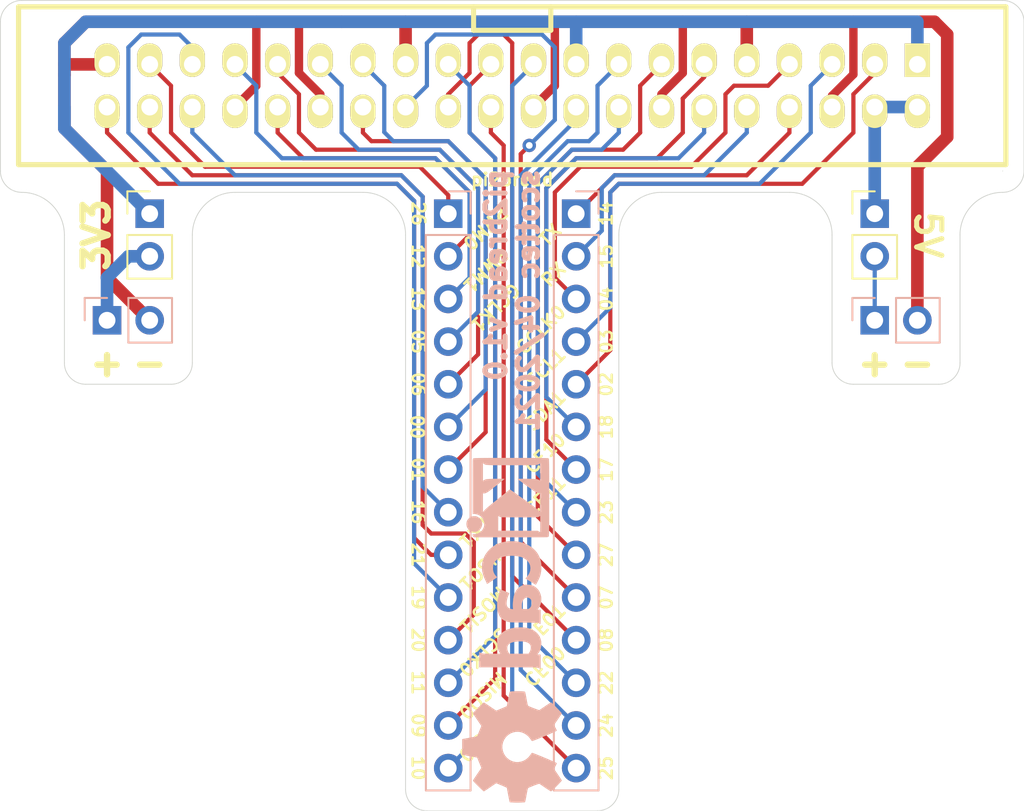
<source format=kicad_pcb>
(kicad_pcb (version 20171130) (host pcbnew "(5.1.9)-1")

  (general
    (thickness 1.6)
    (drawings 85)
    (tracks 242)
    (zones 0)
    (modules 9)
    (nets 34)
  )

  (page A4)
  (layers
    (0 F.Cu signal)
    (31 B.Cu signal)
    (32 B.Adhes user)
    (33 F.Adhes user)
    (34 B.Paste user)
    (35 F.Paste user)
    (36 B.SilkS user)
    (37 F.SilkS user)
    (38 B.Mask user)
    (39 F.Mask user)
    (40 Dwgs.User user)
    (41 Cmts.User user)
    (42 Eco1.User user)
    (43 Eco2.User user)
    (44 Edge.Cuts user)
    (45 Margin user)
    (46 B.CrtYd user)
    (47 F.CrtYd user)
    (48 B.Fab user)
    (49 F.Fab user)
  )

  (setup
    (last_trace_width 0.25)
    (user_trace_width 0.5)
    (user_trace_width 0.75)
    (trace_clearance 0.2)
    (zone_clearance 0.508)
    (zone_45_only no)
    (trace_min 0.2)
    (via_size 0.8)
    (via_drill 0.4)
    (via_min_size 0.4)
    (via_min_drill 0.3)
    (uvia_size 0.3)
    (uvia_drill 0.1)
    (uvias_allowed no)
    (uvia_min_size 0.2)
    (uvia_min_drill 0.1)
    (edge_width 0.05)
    (segment_width 0.2)
    (pcb_text_width 0.3)
    (pcb_text_size 1.5 1.5)
    (mod_edge_width 0.12)
    (mod_text_size 0.75 0.75)
    (mod_text_width 0.15)
    (pad_size 1.524 1.524)
    (pad_drill 0.762)
    (pad_to_mask_clearance 0)
    (aux_axis_origin 0 0)
    (visible_elements 7FFFFF9F)
    (pcbplotparams
      (layerselection 0x010fc_ffffffff)
      (usegerberextensions false)
      (usegerberattributes true)
      (usegerberadvancedattributes true)
      (creategerberjobfile true)
      (excludeedgelayer true)
      (linewidth 0.100000)
      (plotframeref false)
      (viasonmask false)
      (mode 1)
      (useauxorigin false)
      (hpglpennumber 1)
      (hpglpenspeed 20)
      (hpglpendiameter 15.000000)
      (psnegative false)
      (psa4output false)
      (plotreference true)
      (plotvalue true)
      (plotinvisibletext false)
      (padsonsilk false)
      (subtractmaskfromsilk false)
      (outputformat 1)
      (mirror false)
      (drillshape 1)
      (scaleselection 1)
      (outputdirectory ""))
  )

  (net 0 "")
  (net 1 05-GPCLK1)
  (net 2 04-GPCLK0)
  (net 3 21-SCLK1)
  (net 4 20-MOSI1)
  (net 5 19-MISO1)
  (net 6 03-SCL1)
  (net 7 02-SDA1)
  (net 8 11-SCLK0)
  (net 9 10-MOSI0)
  (net 10 09-MISO0)
  (net 11 15-RX)
  (net 12 14-TX)
  (net 13 13-PWM1)
  (net 14 12-PWM0)
  (net 15 27)
  (net 16 26)
  (net 17 25)
  (net 18 17-CE11)
  (net 19 18-CE10)
  (net 20 24)
  (net 21 23)
  (net 22 22)
  (net 23 07-CE01)
  (net 24 08-CE00)
  (net 25 16)
  (net 26 GND)
  (net 27 +3V3)
  (net 28 +5V)
  (net 29 "Net-(J4-Pad1)")
  (net 30 "Net-(J5-Pad1)")
  (net 31 06)
  (net 32 01)
  (net 33 00)

  (net_class Default "This is the default net class."
    (clearance 0.2)
    (trace_width 0.25)
    (via_dia 0.8)
    (via_drill 0.4)
    (uvia_dia 0.3)
    (uvia_drill 0.1)
    (add_net 00)
    (add_net 01)
    (add_net 02-SDA1)
    (add_net 03-SCL1)
    (add_net 04-GPCLK0)
    (add_net 05-GPCLK1)
    (add_net 06)
    (add_net 07-CE01)
    (add_net 08-CE00)
    (add_net 09-MISO0)
    (add_net 10-MOSI0)
    (add_net 11-SCLK0)
    (add_net 12-PWM0)
    (add_net 13-PWM1)
    (add_net 14-TX)
    (add_net 15-RX)
    (add_net 16)
    (add_net 17-CE11)
    (add_net 18-CE10)
    (add_net 19-MISO1)
    (add_net 20-MOSI1)
    (add_net 21-SCLK1)
    (add_net 22)
    (add_net 23)
    (add_net 24)
    (add_net 25)
    (add_net 26)
    (add_net 27)
    (add_net "Net-(J4-Pad1)")
    (add_net "Net-(J5-Pad1)")
  )

  (net_class PWR ""
    (clearance 0.2)
    (trace_width 0.75)
    (via_dia 0.8)
    (via_drill 0.5)
    (uvia_dia 0.3)
    (uvia_drill 0.1)
    (add_net +3V3)
    (add_net +5V)
    (add_net GND)
  )

  (module Symbol:OSHW-Symbol_6.7x6mm_SilkScreen (layer B.Cu) (tedit 0) (tstamp 60802109)
    (at 143.51 120.65 270)
    (descr "Open Source Hardware Symbol")
    (tags "Logo Symbol OSHW")
    (attr virtual)
    (fp_text reference REF** (at 0 0 270) (layer B.SilkS) hide
      (effects (font (size 0.75 0.75) (thickness 0.15)) (justify mirror))
    )
    (fp_text value OSHW-Symbol_6.7x6mm_SilkScreen (at 0.75 0 270) (layer B.Fab) hide
      (effects (font (size 0.75 0.75) (thickness 0.15)) (justify mirror))
    )
    (fp_poly (pts (xy 0.555814 2.531069) (xy 0.639635 2.086445) (xy 0.94892 1.958947) (xy 1.258206 1.831449)
      (xy 1.629246 2.083754) (xy 1.733157 2.154004) (xy 1.827087 2.216728) (xy 1.906652 2.269062)
      (xy 1.96747 2.308143) (xy 2.005157 2.331107) (xy 2.015421 2.336058) (xy 2.03391 2.323324)
      (xy 2.07342 2.288118) (xy 2.129522 2.234938) (xy 2.197787 2.168282) (xy 2.273786 2.092646)
      (xy 2.353092 2.012528) (xy 2.431275 1.932426) (xy 2.503907 1.856836) (xy 2.566559 1.790255)
      (xy 2.614803 1.737182) (xy 2.64421 1.702113) (xy 2.651241 1.690377) (xy 2.641123 1.66874)
      (xy 2.612759 1.621338) (xy 2.569129 1.552807) (xy 2.513218 1.467785) (xy 2.448006 1.370907)
      (xy 2.410219 1.31565) (xy 2.341343 1.214752) (xy 2.28014 1.123701) (xy 2.229578 1.04703)
      (xy 2.192628 0.989272) (xy 2.172258 0.954957) (xy 2.169197 0.947746) (xy 2.176136 0.927252)
      (xy 2.195051 0.879487) (xy 2.223087 0.811168) (xy 2.257391 0.729011) (xy 2.295109 0.63973)
      (xy 2.333387 0.550042) (xy 2.36937 0.466662) (xy 2.400206 0.396306) (xy 2.423039 0.34569)
      (xy 2.435017 0.321529) (xy 2.435724 0.320578) (xy 2.454531 0.315964) (xy 2.504618 0.305672)
      (xy 2.580793 0.290713) (xy 2.677865 0.272099) (xy 2.790643 0.250841) (xy 2.856442 0.238582)
      (xy 2.97695 0.215638) (xy 3.085797 0.193805) (xy 3.177476 0.174278) (xy 3.246481 0.158252)
      (xy 3.287304 0.146921) (xy 3.295511 0.143326) (xy 3.303548 0.118994) (xy 3.310033 0.064041)
      (xy 3.31497 -0.015108) (xy 3.318364 -0.112026) (xy 3.320218 -0.220287) (xy 3.320538 -0.333465)
      (xy 3.319327 -0.445135) (xy 3.31659 -0.548868) (xy 3.312331 -0.638241) (xy 3.306555 -0.706826)
      (xy 3.299267 -0.748197) (xy 3.294895 -0.75681) (xy 3.268764 -0.767133) (xy 3.213393 -0.781892)
      (xy 3.136107 -0.799352) (xy 3.04423 -0.81778) (xy 3.012158 -0.823741) (xy 2.857524 -0.852066)
      (xy 2.735375 -0.874876) (xy 2.641673 -0.89308) (xy 2.572384 -0.907583) (xy 2.523471 -0.919292)
      (xy 2.490897 -0.929115) (xy 2.470628 -0.937956) (xy 2.458626 -0.946724) (xy 2.456947 -0.948457)
      (xy 2.440184 -0.976371) (xy 2.414614 -1.030695) (xy 2.382788 -1.104777) (xy 2.34726 -1.191965)
      (xy 2.310583 -1.285608) (xy 2.275311 -1.379052) (xy 2.243996 -1.465647) (xy 2.219193 -1.53874)
      (xy 2.203454 -1.591678) (xy 2.199332 -1.617811) (xy 2.199676 -1.618726) (xy 2.213641 -1.640086)
      (xy 2.245322 -1.687084) (xy 2.291391 -1.754827) (xy 2.348518 -1.838423) (xy 2.413373 -1.932982)
      (xy 2.431843 -1.959854) (xy 2.497699 -2.057275) (xy 2.55565 -2.146163) (xy 2.602538 -2.221412)
      (xy 2.635207 -2.27792) (xy 2.6505 -2.310581) (xy 2.651241 -2.314593) (xy 2.638392 -2.335684)
      (xy 2.602888 -2.377464) (xy 2.549293 -2.435445) (xy 2.482171 -2.505135) (xy 2.406087 -2.582045)
      (xy 2.325604 -2.661683) (xy 2.245287 -2.739561) (xy 2.169699 -2.811186) (xy 2.103405 -2.87207)
      (xy 2.050969 -2.917721) (xy 2.016955 -2.94365) (xy 2.007545 -2.947883) (xy 1.985643 -2.937912)
      (xy 1.9408 -2.91102) (xy 1.880321 -2.871736) (xy 1.833789 -2.840117) (xy 1.749475 -2.782098)
      (xy 1.649626 -2.713784) (xy 1.549473 -2.645579) (xy 1.495627 -2.609075) (xy 1.313371 -2.4858)
      (xy 1.160381 -2.56852) (xy 1.090682 -2.604759) (xy 1.031414 -2.632926) (xy 0.991311 -2.648991)
      (xy 0.981103 -2.651226) (xy 0.968829 -2.634722) (xy 0.944613 -2.588082) (xy 0.910263 -2.515609)
      (xy 0.867588 -2.421606) (xy 0.818394 -2.310374) (xy 0.76449 -2.186215) (xy 0.707684 -2.053432)
      (xy 0.649782 -1.916327) (xy 0.592593 -1.779202) (xy 0.537924 -1.646358) (xy 0.487584 -1.522098)
      (xy 0.44338 -1.410725) (xy 0.407119 -1.316539) (xy 0.380609 -1.243844) (xy 0.365658 -1.196941)
      (xy 0.363254 -1.180833) (xy 0.382311 -1.160286) (xy 0.424036 -1.126933) (xy 0.479706 -1.087702)
      (xy 0.484378 -1.084599) (xy 0.628264 -0.969423) (xy 0.744283 -0.835053) (xy 0.83143 -0.685784)
      (xy 0.888699 -0.525913) (xy 0.915086 -0.359737) (xy 0.909585 -0.191552) (xy 0.87119 -0.025655)
      (xy 0.798895 0.133658) (xy 0.777626 0.168513) (xy 0.666996 0.309263) (xy 0.536302 0.422286)
      (xy 0.390064 0.506997) (xy 0.232808 0.562806) (xy 0.069057 0.589126) (xy -0.096667 0.58537)
      (xy -0.259838 0.55095) (xy -0.415935 0.485277) (xy -0.560433 0.387765) (xy -0.605131 0.348187)
      (xy -0.718888 0.224297) (xy -0.801782 0.093876) (xy -0.858644 -0.052315) (xy -0.890313 -0.197088)
      (xy -0.898131 -0.35986) (xy -0.872062 -0.52344) (xy -0.814755 -0.682298) (xy -0.728856 -0.830906)
      (xy -0.617014 -0.963735) (xy -0.481877 -1.075256) (xy -0.464117 -1.087011) (xy -0.40785 -1.125508)
      (xy -0.365077 -1.158863) (xy -0.344628 -1.18016) (xy -0.344331 -1.180833) (xy -0.348721 -1.203871)
      (xy -0.366124 -1.256157) (xy -0.394732 -1.33339) (xy -0.432735 -1.431268) (xy -0.478326 -1.545491)
      (xy -0.529697 -1.671758) (xy -0.585038 -1.805767) (xy -0.642542 -1.943218) (xy -0.700399 -2.079808)
      (xy -0.756802 -2.211237) (xy -0.809942 -2.333205) (xy -0.85801 -2.441409) (xy -0.899199 -2.531549)
      (xy -0.931699 -2.599323) (xy -0.953703 -2.64043) (xy -0.962564 -2.651226) (xy -0.98964 -2.642819)
      (xy -1.040303 -2.620272) (xy -1.105817 -2.587613) (xy -1.141841 -2.56852) (xy -1.294832 -2.4858)
      (xy -1.477088 -2.609075) (xy -1.570125 -2.672228) (xy -1.671985 -2.741727) (xy -1.767438 -2.807165)
      (xy -1.81525 -2.840117) (xy -1.882495 -2.885273) (xy -1.939436 -2.921057) (xy -1.978646 -2.942938)
      (xy -1.991381 -2.947563) (xy -2.009917 -2.935085) (xy -2.050941 -2.900252) (xy -2.110475 -2.846678)
      (xy -2.184542 -2.777983) (xy -2.269165 -2.697781) (xy -2.322685 -2.646286) (xy -2.416319 -2.554286)
      (xy -2.497241 -2.471999) (xy -2.562177 -2.402945) (xy -2.607858 -2.350644) (xy -2.631011 -2.318616)
      (xy -2.633232 -2.312116) (xy -2.622924 -2.287394) (xy -2.594439 -2.237405) (xy -2.550937 -2.167212)
      (xy -2.495577 -2.081875) (xy -2.43152 -1.986456) (xy -2.413303 -1.959854) (xy -2.346927 -1.863167)
      (xy -2.287378 -1.776117) (xy -2.237984 -1.703595) (xy -2.202075 -1.650493) (xy -2.182981 -1.621703)
      (xy -2.181136 -1.618726) (xy -2.183895 -1.595782) (xy -2.198538 -1.545336) (xy -2.222513 -1.474041)
      (xy -2.253266 -1.388547) (xy -2.288244 -1.295507) (xy -2.324893 -1.201574) (xy -2.360661 -1.113399)
      (xy -2.392994 -1.037634) (xy -2.419338 -0.980931) (xy -2.437142 -0.949943) (xy -2.438407 -0.948457)
      (xy -2.449294 -0.939601) (xy -2.467682 -0.930843) (xy -2.497606 -0.921277) (xy -2.543103 -0.909996)
      (xy -2.608209 -0.896093) (xy -2.696961 -0.878663) (xy -2.813393 -0.856798) (xy -2.961542 -0.829591)
      (xy -2.993618 -0.823741) (xy -3.088686 -0.805374) (xy -3.171565 -0.787405) (xy -3.23493 -0.771569)
      (xy -3.271458 -0.7596) (xy -3.276356 -0.75681) (xy -3.284427 -0.732072) (xy -3.290987 -0.67679)
      (xy -3.296033 -0.597389) (xy -3.299559 -0.500296) (xy -3.301561 -0.391938) (xy -3.302036 -0.27874)
      (xy -3.300977 -0.167128) (xy -3.298382 -0.063529) (xy -3.294246 0.025632) (xy -3.288563 0.093928)
      (xy -3.281331 0.134934) (xy -3.276971 0.143326) (xy -3.252698 0.151792) (xy -3.197426 0.165565)
      (xy -3.116662 0.18345) (xy -3.015912 0.204252) (xy -2.900683 0.226777) (xy -2.837902 0.238582)
      (xy -2.718787 0.260849) (xy -2.612565 0.281021) (xy -2.524427 0.298085) (xy -2.459566 0.311031)
      (xy -2.423174 0.318845) (xy -2.417184 0.320578) (xy -2.407061 0.34011) (xy -2.385662 0.387157)
      (xy -2.355839 0.454997) (xy -2.320445 0.536909) (xy -2.282332 0.626172) (xy -2.244353 0.716065)
      (xy -2.20936 0.799865) (xy -2.180206 0.870853) (xy -2.159743 0.922306) (xy -2.150823 0.947503)
      (xy -2.150657 0.948604) (xy -2.160769 0.968481) (xy -2.189117 1.014223) (xy -2.232723 1.081283)
      (xy -2.288606 1.165116) (xy -2.353787 1.261174) (xy -2.391679 1.31635) (xy -2.460725 1.417519)
      (xy -2.52205 1.50937) (xy -2.572663 1.587256) (xy -2.609571 1.646531) (xy -2.629782 1.682549)
      (xy -2.632701 1.690623) (xy -2.620153 1.709416) (xy -2.585463 1.749543) (xy -2.533063 1.806507)
      (xy -2.467384 1.875815) (xy -2.392856 1.952969) (xy -2.313913 2.033475) (xy -2.234983 2.112837)
      (xy -2.1605 2.18656) (xy -2.094894 2.250148) (xy -2.042596 2.299106) (xy -2.008039 2.328939)
      (xy -1.996478 2.336058) (xy -1.977654 2.326047) (xy -1.932631 2.297922) (xy -1.865787 2.254546)
      (xy -1.781499 2.198782) (xy -1.684144 2.133494) (xy -1.610707 2.083754) (xy -1.239667 1.831449)
      (xy -0.621095 2.086445) (xy -0.537275 2.531069) (xy -0.453454 2.975693) (xy 0.471994 2.975693)
      (xy 0.555814 2.531069)) (layer B.SilkS) (width 0.01))
  )

  (module Symbol:KiCad-Logo_5mm_SilkScreen (layer B.Cu) (tedit 0) (tstamp 60801D99)
    (at 143.764 109.728 270)
    (descr "KiCad Logo")
    (tags "Logo KiCad")
    (attr virtual)
    (fp_text reference REF** (at 0 5.08 270) (layer F.SilkS) hide
      (effects (font (size 0.75 0.75) (thickness 0.15)))
    )
    (fp_text value KiCad-Logo_5mm_SilkScreen (at 0 -3.81 270) (layer B.Fab) hide
      (effects (font (size 0.75 0.75) (thickness 0.15)) (justify mirror))
    )
    (fp_poly (pts (xy -2.273043 2.973429) (xy -2.176768 2.949191) (xy -2.090184 2.906359) (xy -2.015373 2.846581)
      (xy -1.954418 2.771506) (xy -1.909399 2.68278) (xy -1.883136 2.58647) (xy -1.877286 2.489205)
      (xy -1.89214 2.395346) (xy -1.92584 2.307489) (xy -1.976528 2.22823) (xy -2.042345 2.160164)
      (xy -2.121434 2.105888) (xy -2.211934 2.067998) (xy -2.2632 2.055574) (xy -2.307698 2.048053)
      (xy -2.341999 2.045081) (xy -2.37496 2.046906) (xy -2.415434 2.053775) (xy -2.448531 2.06075)
      (xy -2.541947 2.092259) (xy -2.625619 2.143383) (xy -2.697665 2.212571) (xy -2.7562 2.298272)
      (xy -2.770148 2.325511) (xy -2.786586 2.361878) (xy -2.796894 2.392418) (xy -2.80246 2.42455)
      (xy -2.804669 2.465693) (xy -2.804948 2.511778) (xy -2.800861 2.596135) (xy -2.787446 2.665414)
      (xy -2.762256 2.726039) (xy -2.722846 2.784433) (xy -2.684298 2.828698) (xy -2.612406 2.894516)
      (xy -2.537313 2.939947) (xy -2.454562 2.96715) (xy -2.376928 2.977424) (xy -2.273043 2.973429)) (layer B.SilkS) (width 0.01))
    (fp_poly (pts (xy 6.186507 0.527755) (xy 6.186526 0.293338) (xy 6.186552 0.080397) (xy 6.186625 -0.112168)
      (xy 6.186782 -0.285459) (xy 6.187064 -0.440576) (xy 6.187509 -0.57862) (xy 6.188156 -0.700692)
      (xy 6.189045 -0.807894) (xy 6.190213 -0.901326) (xy 6.191701 -0.98209) (xy 6.193546 -1.051286)
      (xy 6.195789 -1.110015) (xy 6.198469 -1.159379) (xy 6.201623 -1.200478) (xy 6.205292 -1.234413)
      (xy 6.209513 -1.262286) (xy 6.214327 -1.285198) (xy 6.219773 -1.304249) (xy 6.225888 -1.32054)
      (xy 6.232712 -1.335173) (xy 6.240285 -1.349249) (xy 6.248645 -1.363868) (xy 6.253839 -1.372974)
      (xy 6.288104 -1.433689) (xy 5.429955 -1.433689) (xy 5.429955 -1.337733) (xy 5.429224 -1.29437)
      (xy 5.427272 -1.261205) (xy 5.424463 -1.243424) (xy 5.423221 -1.241778) (xy 5.411799 -1.248662)
      (xy 5.389084 -1.266505) (xy 5.366385 -1.285879) (xy 5.3118 -1.326614) (xy 5.242321 -1.367617)
      (xy 5.16527 -1.405123) (xy 5.087965 -1.435364) (xy 5.057113 -1.445012) (xy 4.988616 -1.459578)
      (xy 4.905764 -1.469539) (xy 4.816371 -1.474583) (xy 4.728248 -1.474396) (xy 4.649207 -1.468666)
      (xy 4.611511 -1.462858) (xy 4.473414 -1.424797) (xy 4.346113 -1.367073) (xy 4.230292 -1.290211)
      (xy 4.126637 -1.194739) (xy 4.035833 -1.081179) (xy 3.969031 -0.970381) (xy 3.914164 -0.853625)
      (xy 3.872163 -0.734276) (xy 3.842167 -0.608283) (xy 3.823311 -0.471594) (xy 3.814732 -0.320158)
      (xy 3.814006 -0.242711) (xy 3.8161 -0.185934) (xy 4.645217 -0.185934) (xy 4.645424 -0.279002)
      (xy 4.648337 -0.366692) (xy 4.654 -0.443772) (xy 4.662455 -0.505009) (xy 4.665038 -0.51735)
      (xy 4.69684 -0.624633) (xy 4.738498 -0.711658) (xy 4.790363 -0.778642) (xy 4.852781 -0.825805)
      (xy 4.9261 -0.853365) (xy 5.010669 -0.861541) (xy 5.106835 -0.850551) (xy 5.170311 -0.834829)
      (xy 5.219454 -0.816639) (xy 5.273583 -0.790791) (xy 5.314244 -0.767089) (xy 5.3848 -0.720721)
      (xy 5.3848 0.42947) (xy 5.317392 0.473038) (xy 5.238867 0.51396) (xy 5.154681 0.540611)
      (xy 5.069557 0.552535) (xy 4.988216 0.549278) (xy 4.91538 0.530385) (xy 4.883426 0.514816)
      (xy 4.825501 0.471819) (xy 4.776544 0.415047) (xy 4.73539 0.342425) (xy 4.700874 0.251879)
      (xy 4.671833 0.141334) (xy 4.670552 0.135467) (xy 4.660381 0.073212) (xy 4.652739 -0.004594)
      (xy 4.64767 -0.09272) (xy 4.645217 -0.185934) (xy 3.8161 -0.185934) (xy 3.821857 -0.029895)
      (xy 3.843802 0.165941) (xy 3.879786 0.344668) (xy 3.929759 0.506155) (xy 3.993668 0.650274)
      (xy 4.071462 0.776894) (xy 4.163089 0.885885) (xy 4.268497 0.977117) (xy 4.313662 1.008068)
      (xy 4.414611 1.064215) (xy 4.517901 1.103826) (xy 4.627989 1.127986) (xy 4.74933 1.137781)
      (xy 4.841836 1.136735) (xy 4.97149 1.125769) (xy 5.084084 1.103954) (xy 5.182875 1.070286)
      (xy 5.271121 1.023764) (xy 5.319986 0.989552) (xy 5.349353 0.967638) (xy 5.371043 0.952667)
      (xy 5.379253 0.948267) (xy 5.380868 0.959096) (xy 5.382159 0.989749) (xy 5.383138 1.037474)
      (xy 5.383817 1.099521) (xy 5.38421 1.173138) (xy 5.38433 1.255573) (xy 5.384188 1.344075)
      (xy 5.383797 1.435893) (xy 5.383171 1.528276) (xy 5.38232 1.618472) (xy 5.38126 1.703729)
      (xy 5.380001 1.781297) (xy 5.378556 1.848424) (xy 5.376938 1.902359) (xy 5.375161 1.94035)
      (xy 5.374669 1.947333) (xy 5.367092 2.017749) (xy 5.355531 2.072898) (xy 5.337792 2.120019)
      (xy 5.311682 2.166353) (xy 5.305415 2.175933) (xy 5.280983 2.212622) (xy 6.186311 2.212622)
      (xy 6.186507 0.527755)) (layer B.SilkS) (width 0.01))
    (fp_poly (pts (xy 2.673574 1.133448) (xy 2.825492 1.113433) (xy 2.960756 1.079798) (xy 3.080239 1.032275)
      (xy 3.184815 0.970595) (xy 3.262424 0.907035) (xy 3.331265 0.832901) (xy 3.385006 0.753129)
      (xy 3.42791 0.660909) (xy 3.443384 0.617839) (xy 3.456244 0.578858) (xy 3.467446 0.542711)
      (xy 3.47712 0.507566) (xy 3.485396 0.47159) (xy 3.492403 0.43295) (xy 3.498272 0.389815)
      (xy 3.503131 0.340351) (xy 3.50711 0.282727) (xy 3.51034 0.215109) (xy 3.512949 0.135666)
      (xy 3.515067 0.042564) (xy 3.516824 -0.066027) (xy 3.518349 -0.191942) (xy 3.519772 -0.337012)
      (xy 3.521025 -0.479778) (xy 3.522351 -0.635968) (xy 3.523556 -0.771239) (xy 3.524766 -0.887246)
      (xy 3.526106 -0.985645) (xy 3.5277 -1.068093) (xy 3.529675 -1.136246) (xy 3.532156 -1.19176)
      (xy 3.535269 -1.236292) (xy 3.539138 -1.271498) (xy 3.543889 -1.299034) (xy 3.549648 -1.320556)
      (xy 3.556539 -1.337722) (xy 3.564689 -1.352186) (xy 3.574223 -1.365606) (xy 3.585266 -1.379638)
      (xy 3.589566 -1.385071) (xy 3.605386 -1.40791) (xy 3.612422 -1.423463) (xy 3.612444 -1.423922)
      (xy 3.601567 -1.426121) (xy 3.570582 -1.428147) (xy 3.521957 -1.429942) (xy 3.458163 -1.431451)
      (xy 3.381669 -1.432616) (xy 3.294944 -1.43338) (xy 3.200457 -1.433686) (xy 3.18955 -1.433689)
      (xy 2.766657 -1.433689) (xy 2.763395 -1.337622) (xy 2.760133 -1.241556) (xy 2.698044 -1.292543)
      (xy 2.600714 -1.360057) (xy 2.490813 -1.414749) (xy 2.404349 -1.444978) (xy 2.335278 -1.459666)
      (xy 2.251925 -1.469659) (xy 2.162159 -1.474646) (xy 2.073845 -1.474313) (xy 1.994851 -1.468351)
      (xy 1.958622 -1.462638) (xy 1.818603 -1.424776) (xy 1.692178 -1.369932) (xy 1.58026 -1.298924)
      (xy 1.483762 -1.212568) (xy 1.4036 -1.111679) (xy 1.340687 -0.997076) (xy 1.296312 -0.870984)
      (xy 1.283978 -0.814401) (xy 1.276368 -0.752202) (xy 1.272739 -0.677363) (xy 1.272245 -0.643467)
      (xy 1.27231 -0.640282) (xy 2.032248 -0.640282) (xy 2.041541 -0.715333) (xy 2.069728 -0.77916)
      (xy 2.118197 -0.834798) (xy 2.123254 -0.839211) (xy 2.171548 -0.874037) (xy 2.223257 -0.89662)
      (xy 2.283989 -0.90854) (xy 2.359352 -0.911383) (xy 2.377459 -0.910978) (xy 2.431278 -0.908325)
      (xy 2.471308 -0.902909) (xy 2.506324 -0.892745) (xy 2.545103 -0.87585) (xy 2.555745 -0.870672)
      (xy 2.616396 -0.834844) (xy 2.663215 -0.792212) (xy 2.675952 -0.776973) (xy 2.720622 -0.720462)
      (xy 2.720622 -0.524586) (xy 2.720086 -0.445939) (xy 2.718396 -0.387988) (xy 2.715428 -0.348875)
      (xy 2.711057 -0.326741) (xy 2.706972 -0.320274) (xy 2.691047 -0.317111) (xy 2.657264 -0.314488)
      (xy 2.61034 -0.312655) (xy 2.554993 -0.311857) (xy 2.546106 -0.311842) (xy 2.42533 -0.317096)
      (xy 2.32266 -0.333263) (xy 2.236106 -0.360961) (xy 2.163681 -0.400808) (xy 2.108751 -0.447758)
      (xy 2.064204 -0.505645) (xy 2.03948 -0.568693) (xy 2.032248 -0.640282) (xy 1.27231 -0.640282)
      (xy 1.274178 -0.549712) (xy 1.282522 -0.470812) (xy 1.298768 -0.39959) (xy 1.324405 -0.328864)
      (xy 1.348401 -0.276493) (xy 1.40702 -0.181196) (xy 1.485117 -0.09317) (xy 1.580315 -0.014017)
      (xy 1.690238 0.05466) (xy 1.81251 0.111259) (xy 1.944755 0.154179) (xy 2.009422 0.169118)
      (xy 2.145604 0.191223) (xy 2.294049 0.205806) (xy 2.445505 0.212187) (xy 2.572064 0.210555)
      (xy 2.73395 0.203776) (xy 2.72653 0.262755) (xy 2.707238 0.361908) (xy 2.676104 0.442628)
      (xy 2.632269 0.505534) (xy 2.574871 0.551244) (xy 2.503048 0.580378) (xy 2.415941 0.593553)
      (xy 2.312686 0.591389) (xy 2.274711 0.587388) (xy 2.13352 0.56222) (xy 1.996707 0.521186)
      (xy 1.902178 0.483185) (xy 1.857018 0.46381) (xy 1.818585 0.44824) (xy 1.792234 0.438595)
      (xy 1.784546 0.436548) (xy 1.774802 0.445626) (xy 1.758083 0.474595) (xy 1.734232 0.523783)
      (xy 1.703093 0.593516) (xy 1.664507 0.684121) (xy 1.65791 0.699911) (xy 1.627853 0.772228)
      (xy 1.600874 0.837575) (xy 1.578136 0.893094) (xy 1.560806 0.935928) (xy 1.550048 0.963219)
      (xy 1.546941 0.972058) (xy 1.55694 0.976813) (xy 1.583217 0.98209) (xy 1.611489 0.985769)
      (xy 1.641646 0.990526) (xy 1.689433 0.999972) (xy 1.750612 1.01318) (xy 1.820946 1.029224)
      (xy 1.896194 1.04718) (xy 1.924755 1.054203) (xy 2.029816 1.079791) (xy 2.11748 1.099853)
      (xy 2.192068 1.115031) (xy 2.257903 1.125965) (xy 2.319307 1.133296) (xy 2.380602 1.137665)
      (xy 2.44611 1.139713) (xy 2.504128 1.140111) (xy 2.673574 1.133448)) (layer B.SilkS) (width 0.01))
    (fp_poly (pts (xy 0.328429 2.050929) (xy 0.48857 2.029755) (xy 0.65251 1.989615) (xy 0.822313 1.930111)
      (xy 1.000043 1.850846) (xy 1.01131 1.845301) (xy 1.069005 1.817275) (xy 1.120552 1.793198)
      (xy 1.162191 1.774751) (xy 1.190162 1.763614) (xy 1.199733 1.761067) (xy 1.21895 1.756059)
      (xy 1.223561 1.751853) (xy 1.218458 1.74142) (xy 1.202418 1.715132) (xy 1.177288 1.675743)
      (xy 1.144914 1.626009) (xy 1.107143 1.568685) (xy 1.065822 1.506524) (xy 1.022798 1.442282)
      (xy 0.979917 1.378715) (xy 0.939026 1.318575) (xy 0.901971 1.26462) (xy 0.8706 1.219603)
      (xy 0.846759 1.186279) (xy 0.832294 1.167403) (xy 0.830309 1.165213) (xy 0.820191 1.169862)
      (xy 0.79785 1.187038) (xy 0.76728 1.21356) (xy 0.751536 1.228036) (xy 0.655047 1.303318)
      (xy 0.548336 1.358759) (xy 0.432832 1.393859) (xy 0.309962 1.40812) (xy 0.240561 1.406949)
      (xy 0.119423 1.389788) (xy 0.010205 1.353906) (xy -0.087418 1.299041) (xy -0.173772 1.22493)
      (xy -0.249185 1.131312) (xy -0.313982 1.017924) (xy -0.351399 0.931333) (xy -0.395252 0.795634)
      (xy -0.427572 0.64815) (xy -0.448443 0.492686) (xy -0.457949 0.333044) (xy -0.456173 0.173027)
      (xy -0.443197 0.016439) (xy -0.419106 -0.132918) (xy -0.383982 -0.27124) (xy -0.337908 -0.394724)
      (xy -0.321627 -0.428978) (xy -0.25338 -0.543064) (xy -0.172921 -0.639557) (xy -0.08143 -0.71767)
      (xy 0.019911 -0.776617) (xy 0.12992 -0.815612) (xy 0.247415 -0.833868) (xy 0.288883 -0.835211)
      (xy 0.410441 -0.82429) (xy 0.530878 -0.791474) (xy 0.648666 -0.737439) (xy 0.762277 -0.662865)
      (xy 0.853685 -0.584539) (xy 0.900215 -0.540008) (xy 1.081483 -0.837271) (xy 1.12658 -0.911433)
      (xy 1.167819 -0.979646) (xy 1.203735 -1.039459) (xy 1.232866 -1.08842) (xy 1.25375 -1.124079)
      (xy 1.264924 -1.143984) (xy 1.266375 -1.147079) (xy 1.258146 -1.156718) (xy 1.232567 -1.173999)
      (xy 1.192873 -1.197283) (xy 1.142297 -1.224934) (xy 1.084074 -1.255315) (xy 1.021437 -1.28679)
      (xy 0.957621 -1.317722) (xy 0.89586 -1.346473) (xy 0.839388 -1.371408) (xy 0.791438 -1.390889)
      (xy 0.767986 -1.399318) (xy 0.634221 -1.437133) (xy 0.496327 -1.462136) (xy 0.348622 -1.47514)
      (xy 0.221833 -1.477468) (xy 0.153878 -1.476373) (xy 0.088277 -1.474275) (xy 0.030847 -1.471434)
      (xy -0.012597 -1.468106) (xy -0.026702 -1.466422) (xy -0.165716 -1.437587) (xy -0.307243 -1.392468)
      (xy -0.444725 -1.33375) (xy -0.571606 -1.26412) (xy -0.649111 -1.211441) (xy -0.776519 -1.103239)
      (xy -0.894822 -0.976671) (xy -1.001828 -0.834866) (xy -1.095348 -0.680951) (xy -1.17319 -0.518053)
      (xy -1.217044 -0.400756) (xy -1.267292 -0.217128) (xy -1.300791 -0.022581) (xy -1.317551 0.178675)
      (xy -1.317584 0.382432) (xy -1.300899 0.584479) (xy -1.267507 0.780608) (xy -1.21742 0.966609)
      (xy -1.213603 0.978197) (xy -1.150719 1.14025) (xy -1.073972 1.288168) (xy -0.980758 1.426135)
      (xy -0.868473 1.558339) (xy -0.824608 1.603601) (xy -0.688466 1.727543) (xy -0.548509 1.830085)
      (xy -0.402589 1.912344) (xy -0.248558 1.975436) (xy -0.084268 2.020477) (xy 0.011289 2.037967)
      (xy 0.170023 2.053534) (xy 0.328429 2.050929)) (layer B.SilkS) (width 0.01))
    (fp_poly (pts (xy -2.9464 2.510946) (xy -2.935535 2.397007) (xy -2.903918 2.289384) (xy -2.853015 2.190385)
      (xy -2.784293 2.102316) (xy -2.699219 2.027484) (xy -2.602232 1.969616) (xy -2.495964 1.929995)
      (xy -2.38895 1.911427) (xy -2.2833 1.912566) (xy -2.181125 1.93207) (xy -2.084534 1.968594)
      (xy -1.995638 2.020795) (xy -1.916546 2.087327) (xy -1.849369 2.166848) (xy -1.796217 2.258013)
      (xy -1.759199 2.359477) (xy -1.740427 2.469898) (xy -1.738489 2.519794) (xy -1.738489 2.607733)
      (xy -1.68656 2.607733) (xy -1.650253 2.604889) (xy -1.623355 2.593089) (xy -1.596249 2.569351)
      (xy -1.557867 2.530969) (xy -1.557867 0.339398) (xy -1.557876 0.077261) (xy -1.557908 -0.163241)
      (xy -1.557972 -0.383048) (xy -1.558076 -0.583101) (xy -1.558227 -0.764344) (xy -1.558434 -0.927716)
      (xy -1.558706 -1.07416) (xy -1.55905 -1.204617) (xy -1.559474 -1.320029) (xy -1.559987 -1.421338)
      (xy -1.560597 -1.509484) (xy -1.561312 -1.58541) (xy -1.56214 -1.650057) (xy -1.563089 -1.704367)
      (xy -1.564167 -1.74928) (xy -1.565383 -1.78574) (xy -1.566745 -1.814687) (xy -1.568261 -1.837063)
      (xy -1.569938 -1.853809) (xy -1.571786 -1.865868) (xy -1.573813 -1.87418) (xy -1.576025 -1.879687)
      (xy -1.577108 -1.881537) (xy -1.581271 -1.888549) (xy -1.584805 -1.894996) (xy -1.588635 -1.9009)
      (xy -1.593682 -1.906286) (xy -1.600871 -1.911178) (xy -1.611123 -1.915598) (xy -1.625364 -1.919572)
      (xy -1.644514 -1.923121) (xy -1.669499 -1.92627) (xy -1.70124 -1.929042) (xy -1.740662 -1.931461)
      (xy -1.788686 -1.933551) (xy -1.846237 -1.935335) (xy -1.914237 -1.936837) (xy -1.99361 -1.93808)
      (xy -2.085279 -1.939089) (xy -2.190166 -1.939885) (xy -2.309196 -1.940494) (xy -2.44329 -1.940939)
      (xy -2.593373 -1.941243) (xy -2.760367 -1.94143) (xy -2.945196 -1.941524) (xy -3.148783 -1.941548)
      (xy -3.37205 -1.941525) (xy -3.615922 -1.94148) (xy -3.881321 -1.941437) (xy -3.919704 -1.941432)
      (xy -4.186682 -1.941389) (xy -4.432002 -1.941318) (xy -4.656583 -1.941213) (xy -4.861345 -1.941066)
      (xy -5.047206 -1.940869) (xy -5.215088 -1.940616) (xy -5.365908 -1.9403) (xy -5.500587 -1.939913)
      (xy -5.620044 -1.939447) (xy -5.725199 -1.938897) (xy -5.816971 -1.938253) (xy -5.896279 -1.937511)
      (xy -5.964043 -1.936661) (xy -6.021182 -1.935697) (xy -6.068617 -1.934611) (xy -6.107266 -1.933397)
      (xy -6.138049 -1.932047) (xy -6.161885 -1.930555) (xy -6.179694 -1.928911) (xy -6.192395 -1.927111)
      (xy -6.200908 -1.925145) (xy -6.205266 -1.923477) (xy -6.213728 -1.919906) (xy -6.221497 -1.91727)
      (xy -6.228602 -1.914634) (xy -6.235073 -1.911062) (xy -6.240939 -1.905621) (xy -6.246229 -1.897375)
      (xy -6.250974 -1.88539) (xy -6.255202 -1.868731) (xy -6.258943 -1.846463) (xy -6.262227 -1.817652)
      (xy -6.265083 -1.781363) (xy -6.26754 -1.736661) (xy -6.269629 -1.682611) (xy -6.271378 -1.618279)
      (xy -6.272817 -1.54273) (xy -6.273976 -1.45503) (xy -6.274883 -1.354243) (xy -6.275569 -1.239434)
      (xy -6.276063 -1.10967) (xy -6.276395 -0.964015) (xy -6.276593 -0.801535) (xy -6.276687 -0.621295)
      (xy -6.276708 -0.42236) (xy -6.276685 -0.203796) (xy -6.276646 0.035332) (xy -6.276622 0.29596)
      (xy -6.276622 0.338111) (xy -6.276636 0.601008) (xy -6.276661 0.842268) (xy -6.276671 1.062835)
      (xy -6.276642 1.263648) (xy -6.276548 1.445651) (xy -6.276362 1.609784) (xy -6.276059 1.756989)
      (xy -6.275614 1.888208) (xy -6.275034 1.998133) (xy -5.972197 1.998133) (xy -5.932407 1.940289)
      (xy -5.921236 1.924521) (xy -5.911166 1.910559) (xy -5.902138 1.897216) (xy -5.894097 1.883307)
      (xy -5.886986 1.867644) (xy -5.880747 1.849042) (xy -5.875325 1.826314) (xy -5.870662 1.798273)
      (xy -5.866701 1.763733) (xy -5.863385 1.721508) (xy -5.860659 1.670411) (xy -5.858464 1.609256)
      (xy -5.856745 1.536856) (xy -5.855444 1.452025) (xy -5.854505 1.353578) (xy -5.85387 1.240326)
      (xy -5.853484 1.111084) (xy -5.853288 0.964666) (xy -5.853227 0.799884) (xy -5.853243 0.615553)
      (xy -5.85328 0.410487) (xy -5.853289 0.287867) (xy -5.853265 0.070918) (xy -5.853231 -0.124642)
      (xy -5.853243 -0.299999) (xy -5.853358 -0.456341) (xy -5.85363 -0.594857) (xy -5.854118 -0.716734)
      (xy -5.854876 -0.82316) (xy -5.855962 -0.915322) (xy -5.857431 -0.994409) (xy -5.85934 -1.061608)
      (xy -5.861744 -1.118107) (xy -5.864701 -1.165093) (xy -5.868266 -1.203755) (xy -5.872495 -1.23528)
      (xy -5.877446 -1.260855) (xy -5.883173 -1.28167) (xy -5.889733 -1.298911) (xy -5.897183 -1.313765)
      (xy -5.905579 -1.327422) (xy -5.914976 -1.341069) (xy -5.925432 -1.355893) (xy -5.931523 -1.364783)
      (xy -5.970296 -1.4224) (xy -5.438732 -1.4224) (xy -5.315483 -1.422365) (xy -5.212987 -1.422215)
      (xy -5.12942 -1.421878) (xy -5.062956 -1.421286) (xy -5.011771 -1.420367) (xy -4.974041 -1.419051)
      (xy -4.94794 -1.417269) (xy -4.931644 -1.414951) (xy -4.923328 -1.412026) (xy -4.921168 -1.408424)
      (xy -4.923339 -1.404075) (xy -4.924535 -1.402645) (xy -4.949685 -1.365573) (xy -4.975583 -1.312772)
      (xy -4.999192 -1.25077) (xy -5.007461 -1.224357) (xy -5.012078 -1.206416) (xy -5.015979 -1.185355)
      (xy -5.019248 -1.159089) (xy -5.021966 -1.125532) (xy -5.024215 -1.082599) (xy -5.026077 -1.028204)
      (xy -5.027636 -0.960262) (xy -5.028972 -0.876688) (xy -5.030169 -0.775395) (xy -5.031308 -0.6543)
      (xy -5.031685 -0.6096) (xy -5.032702 -0.484449) (xy -5.03346 -0.380082) (xy -5.033903 -0.294707)
      (xy -5.03397 -0.226533) (xy -5.033605 -0.173765) (xy -5.032748 -0.134614) (xy -5.031341 -0.107285)
      (xy -5.029325 -0.089986) (xy -5.026643 -0.080926) (xy -5.023236 -0.078312) (xy -5.019044 -0.080351)
      (xy -5.014571 -0.084667) (xy -5.004216 -0.097602) (xy -4.982158 -0.126676) (xy -4.949957 -0.169759)
      (xy -4.909174 -0.224718) (xy -4.86137 -0.289423) (xy -4.808105 -0.361742) (xy -4.75094 -0.439544)
      (xy -4.691437 -0.520698) (xy -4.631155 -0.603072) (xy -4.571655 -0.684536) (xy -4.514498 -0.762957)
      (xy -4.461245 -0.836204) (xy -4.413457 -0.902147) (xy -4.372693 -0.958654) (xy -4.340516 -1.003593)
      (xy -4.318485 -1.034834) (xy -4.313917 -1.041466) (xy -4.290996 -1.078369) (xy -4.264188 -1.126359)
      (xy -4.238789 -1.175897) (xy -4.235568 -1.182577) (xy -4.21389 -1.230772) (xy -4.201304 -1.268334)
      (xy -4.195574 -1.30416) (xy -4.194456 -1.3462) (xy -4.19509 -1.4224) (xy -3.040651 -1.4224)
      (xy -3.131815 -1.328669) (xy -3.178612 -1.278775) (xy -3.228899 -1.222295) (xy -3.274944 -1.168026)
      (xy -3.295369 -1.142673) (xy -3.325807 -1.103128) (xy -3.365862 -1.049916) (xy -3.414361 -0.984667)
      (xy -3.470135 -0.909011) (xy -3.532011 -0.824577) (xy -3.598819 -0.732994) (xy -3.669387 -0.635892)
      (xy -3.742545 -0.534901) (xy -3.817121 -0.43165) (xy -3.891944 -0.327768) (xy -3.965843 -0.224885)
      (xy -4.037646 -0.124631) (xy -4.106184 -0.028636) (xy -4.170284 0.061473) (xy -4.228775 0.144064)
      (xy -4.280486 0.217508) (xy -4.324247 0.280176) (xy -4.358885 0.330439) (xy -4.38323 0.366666)
      (xy -4.396111 0.387229) (xy -4.397869 0.391332) (xy -4.38991 0.402658) (xy -4.369115 0.429838)
      (xy -4.336847 0.471171) (xy -4.29447 0.524956) (xy -4.243347 0.589494) (xy -4.184841 0.663082)
      (xy -4.120314 0.744022) (xy -4.051131 0.830612) (xy -3.978653 0.921152) (xy -3.904246 1.01394)
      (xy -3.844517 1.088298) (xy -2.833511 1.088298) (xy -2.827602 1.075341) (xy -2.813272 1.053092)
      (xy -2.812225 1.051609) (xy -2.793438 1.021456) (xy -2.773791 0.984625) (xy -2.769892 0.976489)
      (xy -2.766356 0.96806) (xy -2.76323 0.957941) (xy -2.760486 0.94474) (xy -2.758092 0.927062)
      (xy -2.756019 0.903516) (xy -2.754235 0.872707) (xy -2.752712 0.833243) (xy -2.751419 0.783731)
      (xy -2.750326 0.722777) (xy -2.749403 0.648989) (xy -2.748619 0.560972) (xy -2.747945 0.457335)
      (xy -2.74735 0.336684) (xy -2.746805 0.197626) (xy -2.746279 0.038768) (xy -2.745745 -0.140089)
      (xy -2.745206 -0.325207) (xy -2.744772 -0.489145) (xy -2.744509 -0.633303) (xy -2.744484 -0.759079)
      (xy -2.744765 -0.867871) (xy -2.745419 -0.961077) (xy -2.746514 -1.040097) (xy -2.748118 -1.106328)
      (xy -2.750297 -1.16117) (xy -2.753119 -1.206021) (xy -2.756651 -1.242278) (xy -2.760961 -1.271341)
      (xy -2.766117 -1.294609) (xy -2.772185 -1.313479) (xy -2.779233 -1.329351) (xy -2.787329 -1.343622)
      (xy -2.79654 -1.357691) (xy -2.80504 -1.370158) (xy -2.822176 -1.396452) (xy -2.832322 -1.414037)
      (xy -2.833511 -1.417257) (xy -2.822604 -1.418334) (xy -2.791411 -1.419335) (xy -2.742223 -1.420235)
      (xy -2.677333 -1.42101) (xy -2.59903 -1.421637) (xy -2.509607 -1.422091) (xy -2.411356 -1.422349)
      (xy -2.342445 -1.4224) (xy -2.237452 -1.42218) (xy -2.14061 -1.421548) (xy -2.054107 -1.420549)
      (xy -1.980132 -1.419227) (xy -1.920874 -1.417626) (xy -1.87852 -1.415791) (xy -1.85526 -1.413765)
      (xy -1.851378 -1.412493) (xy -1.859076 -1.397591) (xy -1.867074 -1.38956) (xy -1.880246 -1.372434)
      (xy -1.897485 -1.342183) (xy -1.909407 -1.317622) (xy -1.936045 -1.258711) (xy -1.93912 -0.081845)
      (xy -1.942195 1.095022) (xy -2.387853 1.095022) (xy -2.48567 1.094858) (xy -2.576064 1.094389)
      (xy -2.65663 1.093653) (xy -2.724962 1.092684) (xy -2.778656 1.09152) (xy -2.815305 1.090197)
      (xy -2.832504 1.088751) (xy -2.833511 1.088298) (xy -3.844517 1.088298) (xy -3.82927 1.107278)
      (xy -3.75509 1.199463) (xy -3.683069 1.288796) (xy -3.614569 1.373576) (xy -3.550955 1.452102)
      (xy -3.493588 1.522674) (xy -3.443833 1.583591) (xy -3.403052 1.633153) (xy -3.385888 1.653822)
      (xy -3.299596 1.754484) (xy -3.222997 1.837741) (xy -3.154183 1.905562) (xy -3.091248 1.959911)
      (xy -3.081867 1.967278) (xy -3.042356 1.997883) (xy -4.174116 1.998133) (xy -4.168827 1.950156)
      (xy -4.17213 1.892812) (xy -4.193661 1.824537) (xy -4.233635 1.744788) (xy -4.278943 1.672505)
      (xy -4.295161 1.64986) (xy -4.323214 1.612304) (xy -4.36143 1.561979) (xy -4.408137 1.501027)
      (xy -4.461661 1.431589) (xy -4.520331 1.355806) (xy -4.582475 1.27582) (xy -4.646421 1.193772)
      (xy -4.710495 1.111804) (xy -4.773027 1.032057) (xy -4.832343 0.956673) (xy -4.886771 0.887793)
      (xy -4.934639 0.827558) (xy -4.974275 0.778111) (xy -5.004006 0.741592) (xy -5.022161 0.720142)
      (xy -5.02522 0.716844) (xy -5.028079 0.724851) (xy -5.030293 0.755145) (xy -5.031857 0.807444)
      (xy -5.032767 0.881469) (xy -5.03302 0.976937) (xy -5.032613 1.093566) (xy -5.031704 1.213555)
      (xy -5.030382 1.345667) (xy -5.028857 1.457406) (xy -5.026881 1.550975) (xy -5.024206 1.628581)
      (xy -5.020582 1.692426) (xy -5.015761 1.744717) (xy -5.009494 1.787656) (xy -5.001532 1.823449)
      (xy -4.991627 1.8543) (xy -4.979531 1.882414) (xy -4.964993 1.909995) (xy -4.950311 1.935034)
      (xy -4.912314 1.998133) (xy -5.972197 1.998133) (xy -6.275034 1.998133) (xy -6.275001 2.004383)
      (xy -6.274195 2.106456) (xy -6.27317 2.195367) (xy -6.2719 2.272059) (xy -6.27036 2.337473)
      (xy -6.268524 2.392551) (xy -6.266367 2.438235) (xy -6.263863 2.475466) (xy -6.260987 2.505187)
      (xy -6.257713 2.528338) (xy -6.254015 2.545861) (xy -6.249869 2.558699) (xy -6.245247 2.567792)
      (xy -6.240126 2.574082) (xy -6.234478 2.578512) (xy -6.228279 2.582022) (xy -6.221504 2.585555)
      (xy -6.215508 2.589124) (xy -6.210275 2.5917) (xy -6.202099 2.594028) (xy -6.189886 2.596122)
      (xy -6.172541 2.597993) (xy -6.148969 2.599653) (xy -6.118077 2.601116) (xy -6.078768 2.602392)
      (xy -6.02995 2.603496) (xy -5.970527 2.604439) (xy -5.899404 2.605233) (xy -5.815488 2.605891)
      (xy -5.717683 2.606425) (xy -5.604894 2.606847) (xy -5.476029 2.607171) (xy -5.329991 2.607408)
      (xy -5.165686 2.60757) (xy -4.98202 2.60767) (xy -4.777897 2.60772) (xy -4.566753 2.607733)
      (xy -2.9464 2.607733) (xy -2.9464 2.510946)) (layer B.SilkS) (width 0.01))
  )

  (module Connector_BoxHeader:vasch_strip_20x2 (layer F.Cu) (tedit 0) (tstamp 607FCDF5)
    (at 143.51 81.28 180)
    (descr "Box header 20x2pin 2.54mm")
    (tags "CONN DEV")
    (path /607EABDE)
    (fp_text reference J3 (at -26.67 0 90) (layer F.SilkS) hide
      (effects (font (size 0.75 0.75) (thickness 0.15)))
    )
    (fp_text value Pi (at 26.67 0 270) (layer F.Fab) hide
      (effects (font (size 0.75 0.75) (thickness 0.15)))
    )
    (fp_line (start -2.3 3.3) (end -2.3 4.7) (layer F.SilkS) (width 0.29972))
    (fp_line (start 2.3 3.3) (end -2.3 3.3) (layer F.SilkS) (width 0.29972))
    (fp_line (start 2.3 4.7) (end 2.3 3.3) (layer F.SilkS) (width 0.29972))
    (fp_line (start 29.4 -4.7) (end 29.4 4.7) (layer F.SilkS) (width 0.3048))
    (fp_line (start -29.4 -4.7) (end -29.4 4.7) (layer F.SilkS) (width 0.3048))
    (fp_line (start 29.4 -4.7) (end -29.4 -4.7) (layer F.SilkS) (width 0.3048))
    (fp_line (start -29.4 4.7) (end 29.4 4.7) (layer F.SilkS) (width 0.3048))
    (pad 6 thru_hole oval (at -19.05 -1.27 180) (size 1.5 2) (drill 1 (offset 0 -0.25)) (layers *.Cu *.Mask F.SilkS)
      (net 26 GND))
    (pad 5 thru_hole oval (at -19.05 1.27 180) (size 1.5 2) (drill 1 (offset 0 0.25)) (layers *.Cu *.Mask F.SilkS)
      (net 6 03-SCL1))
    (pad 4 thru_hole oval (at -21.59 -1.27 180) (size 1.5 2) (drill 1 (offset 0 -0.25)) (layers *.Cu *.Mask F.SilkS)
      (net 28 +5V))
    (pad 3 thru_hole oval (at -21.59 1.27 180) (size 1.5 2) (drill 1 (offset 0 0.25)) (layers *.Cu *.Mask F.SilkS)
      (net 7 02-SDA1))
    (pad 2 thru_hole oval (at -24.13 -1.27 180) (size 1.5 2) (drill 1 (offset 0 -0.25)) (layers *.Cu *.Mask F.SilkS)
      (net 28 +5V))
    (pad 1 thru_hole rect (at -24.13 1.27 180) (size 1.5 2) (drill 1 (offset 0 0.25)) (layers *.Cu *.Mask F.SilkS)
      (net 27 +3V3))
    (pad 7 thru_hole oval (at -16.51 1.27 180) (size 1.5 2) (drill 1 (offset 0 0.25)) (layers *.Cu *.Mask F.SilkS)
      (net 2 04-GPCLK0))
    (pad 8 thru_hole oval (at -16.51 -1.27 180) (size 1.5 2) (drill 1 (offset 0 -0.25)) (layers *.Cu *.Mask F.SilkS)
      (net 12 14-TX))
    (pad 10 thru_hole oval (at -13.97 -1.27 180) (size 1.5 2) (drill 1 (offset 0 -0.25)) (layers *.Cu *.Mask F.SilkS)
      (net 11 15-RX))
    (pad 9 thru_hole oval (at -13.97 1.27 180) (size 1.5 2) (drill 1 (offset 0 0.25)) (layers *.Cu *.Mask F.SilkS)
      (net 26 GND))
    (pad 11 thru_hole oval (at -11.43 1.27 180) (size 1.5 2) (drill 1 (offset 0 0.25)) (layers *.Cu *.Mask F.SilkS)
      (net 18 17-CE11))
    (pad 12 thru_hole oval (at -11.43 -1.27 180) (size 1.5 2) (drill 1 (offset 0 -0.25)) (layers *.Cu *.Mask F.SilkS)
      (net 19 18-CE10))
    (pad 14 thru_hole oval (at -8.89 -1.27 180) (size 1.5 2) (drill 1 (offset 0 -0.25)) (layers *.Cu *.Mask F.SilkS)
      (net 26 GND))
    (pad 13 thru_hole oval (at -8.89 1.27 180) (size 1.5 2) (drill 1 (offset 0 0.25)) (layers *.Cu *.Mask F.SilkS)
      (net 15 27))
    (pad 15 thru_hole oval (at -6.35 1.27 180) (size 1.5 2) (drill 1 (offset 0 0.25)) (layers *.Cu *.Mask F.SilkS)
      (net 22 22))
    (pad 16 thru_hole oval (at -6.35 -1.27 180) (size 1.5 2) (drill 1 (offset 0 -0.25)) (layers *.Cu *.Mask F.SilkS)
      (net 21 23))
    (pad 18 thru_hole oval (at -3.81 -1.27 180) (size 1.5 2) (drill 1 (offset 0 -0.25)) (layers *.Cu *.Mask F.SilkS)
      (net 20 24))
    (pad 17 thru_hole oval (at -3.81 1.27 180) (size 1.5 2) (drill 1 (offset 0 0.25)) (layers *.Cu *.Mask F.SilkS)
      (net 27 +3V3))
    (pad 19 thru_hole oval (at -1.27 1.27 180) (size 1.5 2) (drill 1 (offset 0 0.25)) (layers *.Cu *.Mask F.SilkS)
      (net 9 10-MOSI0))
    (pad 20 thru_hole oval (at -1.27 -1.27 180) (size 1.5 2) (drill 1 (offset 0 -0.25)) (layers *.Cu *.Mask F.SilkS)
      (net 26 GND))
    (pad 22 thru_hole oval (at 1.27 -1.27 180) (size 1.5 2) (drill 1 (offset 0 -0.25)) (layers *.Cu *.Mask F.SilkS)
      (net 17 25))
    (pad 21 thru_hole oval (at 1.27 1.27 180) (size 1.5 2) (drill 1 (offset 0 0.25)) (layers *.Cu *.Mask F.SilkS)
      (net 10 09-MISO0))
    (pad 23 thru_hole oval (at 3.81 1.27 180) (size 1.5 2) (drill 1 (offset 0 0.25)) (layers *.Cu *.Mask F.SilkS)
      (net 8 11-SCLK0))
    (pad 24 thru_hole oval (at 3.81 -1.27 180) (size 1.5 2) (drill 1 (offset 0 -0.25)) (layers *.Cu *.Mask F.SilkS)
      (net 24 08-CE00))
    (pad 26 thru_hole oval (at 6.35 -1.27 180) (size 1.5 2) (drill 1 (offset 0 -0.25)) (layers *.Cu *.Mask F.SilkS)
      (net 23 07-CE01))
    (pad 25 thru_hole oval (at 6.35 1.27 180) (size 1.5 2) (drill 1 (offset 0 0.25)) (layers *.Cu *.Mask F.SilkS)
      (net 26 GND))
    (pad 29 thru_hole oval (at 11.43 1.27 180) (size 1.5 2) (drill 1 (offset 0 0.25)) (layers *.Cu *.Mask F.SilkS)
      (net 1 05-GPCLK1))
    (pad 30 thru_hole oval (at 11.43 -1.27 180) (size 1.5 2) (drill 1 (offset 0 -0.25)) (layers *.Cu *.Mask F.SilkS)
      (net 26 GND))
    (pad 28 thru_hole oval (at 8.89 -1.27 180) (size 1.5 2) (drill 1 (offset 0 -0.25)) (layers *.Cu *.Mask F.SilkS)
      (net 32 01))
    (pad 27 thru_hole oval (at 8.89 1.27 180) (size 1.5 2) (drill 1 (offset 0 0.25)) (layers *.Cu *.Mask F.SilkS)
      (net 33 00))
    (pad 32 thru_hole oval (at 13.97 -1.27 180) (size 1.5 2) (drill 1 (offset 0 -0.25)) (layers *.Cu *.Mask F.SilkS)
      (net 14 12-PWM0))
    (pad 31 thru_hole oval (at 13.97 1.27 180) (size 1.5 2) (drill 1 (offset 0 0.25)) (layers *.Cu *.Mask F.SilkS)
      (net 31 06))
    (pad 33 thru_hole oval (at 16.51 1.27 180) (size 1.5 2) (drill 1 (offset 0 0.25)) (layers *.Cu *.Mask F.SilkS)
      (net 13 13-PWM1))
    (pad 34 thru_hole oval (at 16.51 -1.27 180) (size 1.5 2) (drill 1 (offset 0 -0.25)) (layers *.Cu *.Mask F.SilkS)
      (net 26 GND))
    (pad 36 thru_hole oval (at 19.05 -1.27 180) (size 1.5 2) (drill 1 (offset 0 -0.25)) (layers *.Cu *.Mask F.SilkS)
      (net 25 16))
    (pad 35 thru_hole oval (at 19.05 1.27 180) (size 1.5 2) (drill 1 (offset 0 0.25)) (layers *.Cu *.Mask F.SilkS)
      (net 5 19-MISO1))
    (pad 39 thru_hole oval (at 24.13 1.27 180) (size 1.5 2) (drill 1 (offset 0 0.25)) (layers *.Cu *.Mask F.SilkS)
      (net 26 GND))
    (pad 40 thru_hole oval (at 24.13 -1.27 180) (size 1.5 2) (drill 1 (offset 0 -0.25)) (layers *.Cu *.Mask F.SilkS)
      (net 3 21-SCLK1))
    (pad 38 thru_hole oval (at 21.59 -1.27 180) (size 1.5 2) (drill 1 (offset 0 -0.25)) (layers *.Cu *.Mask F.SilkS)
      (net 4 20-MOSI1))
    (pad 37 thru_hole oval (at 21.59 1.27 180) (size 1.5 2) (drill 1 (offset 0 0.25)) (layers *.Cu *.Mask F.SilkS)
      (net 16 26))
    (model "$(CUSTOM_PACKAGES3D_DIR)/3d_conn_strip/walter/conn_strip/vasch_strip_20x2.wrl"
      (at (xyz 0 0 0))
      (scale (xyz 1 1 1))
      (rotate (xyz 0 0 0))
    )
  )

  (module Connector_PinHeader_2.54mm:PinHeader_1x02_P2.54mm_Vertical locked (layer F.Cu) (tedit 59FED5CC) (tstamp 607F17BE)
    (at 121.92 88.9)
    (descr "Through hole straight pin header, 1x02, 2.54mm pitch, single row")
    (tags "Through hole pin header THT 1x02 2.54mm single row")
    (path /60875B0E)
    (fp_text reference JP2 (at 0 -2.33) (layer F.SilkS) hide
      (effects (font (size 0.75 0.75) (thickness 0.15)))
    )
    (fp_text value 3V3 (at 0 4.87) (layer F.Fab) hide
      (effects (font (size 0.75 0.75) (thickness 0.15)))
    )
    (fp_line (start -0.635 -1.27) (end 1.27 -1.27) (layer F.Fab) (width 0.1))
    (fp_line (start 1.27 -1.27) (end 1.27 3.81) (layer F.Fab) (width 0.1))
    (fp_line (start 1.27 3.81) (end -1.27 3.81) (layer F.Fab) (width 0.1))
    (fp_line (start -1.27 3.81) (end -1.27 -0.635) (layer F.Fab) (width 0.1))
    (fp_line (start -1.27 -0.635) (end -0.635 -1.27) (layer F.Fab) (width 0.1))
    (fp_line (start -1.33 3.87) (end 1.33 3.87) (layer F.SilkS) (width 0.12))
    (fp_line (start -1.33 1.27) (end -1.33 3.87) (layer F.SilkS) (width 0.12))
    (fp_line (start 1.33 1.27) (end 1.33 3.87) (layer F.SilkS) (width 0.12))
    (fp_line (start -1.33 1.27) (end 1.33 1.27) (layer F.SilkS) (width 0.12))
    (fp_line (start -1.33 0) (end -1.33 -1.33) (layer F.SilkS) (width 0.12))
    (fp_line (start -1.33 -1.33) (end 0 -1.33) (layer F.SilkS) (width 0.12))
    (fp_line (start -1.8 -1.8) (end -1.8 4.35) (layer F.CrtYd) (width 0.05))
    (fp_line (start -1.8 4.35) (end 1.8 4.35) (layer F.CrtYd) (width 0.05))
    (fp_line (start 1.8 4.35) (end 1.8 -1.8) (layer F.CrtYd) (width 0.05))
    (fp_line (start 1.8 -1.8) (end -1.8 -1.8) (layer F.CrtYd) (width 0.05))
    (fp_text user %R (at 0 1.27 90) (layer F.Fab) hide
      (effects (font (size 0.75 0.75) (thickness 0.15)))
    )
    (pad 2 thru_hole oval (at 0 2.54) (size 1.7 1.7) (drill 1) (layers *.Cu *.Mask)
      (net 30 "Net-(J5-Pad1)"))
    (pad 1 thru_hole rect (at 0 0) (size 1.7 1.7) (drill 1) (layers *.Cu *.Mask)
      (net 27 +3V3))
    (model ${KISYS3DMOD}/Connector_PinHeader_2.54mm.3dshapes/PinHeader_1x02_P2.54mm_Vertical.wrl
      (at (xyz 0 0 0))
      (scale (xyz 1 1 1))
      (rotate (xyz 0 0 0))
    )
  )

  (module Connector_PinHeader_2.54mm:PinHeader_1x02_P2.54mm_Vertical locked (layer F.Cu) (tedit 59FED5CC) (tstamp 607F1012)
    (at 165.1 88.9)
    (descr "Through hole straight pin header, 1x02, 2.54mm pitch, single row")
    (tags "Through hole pin header THT 1x02 2.54mm single row")
    (path /6087D4E3)
    (fp_text reference JP1 (at 0 -2.54) (layer F.SilkS) hide
      (effects (font (size 0.75 0.75) (thickness 0.15)))
    )
    (fp_text value 5V (at 0 4.87) (layer F.Fab) hide
      (effects (font (size 0.75 0.75) (thickness 0.15)))
    )
    (fp_line (start -0.635 -1.27) (end 1.27 -1.27) (layer F.Fab) (width 0.1))
    (fp_line (start 1.27 -1.27) (end 1.27 3.81) (layer F.Fab) (width 0.1))
    (fp_line (start 1.27 3.81) (end -1.27 3.81) (layer F.Fab) (width 0.1))
    (fp_line (start -1.27 3.81) (end -1.27 -0.635) (layer F.Fab) (width 0.1))
    (fp_line (start -1.27 -0.635) (end -0.635 -1.27) (layer F.Fab) (width 0.1))
    (fp_line (start -1.33 3.87) (end 1.33 3.87) (layer F.SilkS) (width 0.12))
    (fp_line (start -1.33 1.27) (end -1.33 3.87) (layer F.SilkS) (width 0.12))
    (fp_line (start 1.33 1.27) (end 1.33 3.87) (layer F.SilkS) (width 0.12))
    (fp_line (start -1.33 1.27) (end 1.33 1.27) (layer F.SilkS) (width 0.12))
    (fp_line (start -1.33 0) (end -1.33 -1.33) (layer F.SilkS) (width 0.12))
    (fp_line (start -1.33 -1.33) (end 0 -1.33) (layer F.SilkS) (width 0.12))
    (fp_line (start -1.8 -1.8) (end -1.8 4.35) (layer F.CrtYd) (width 0.05))
    (fp_line (start -1.8 4.35) (end 1.8 4.35) (layer F.CrtYd) (width 0.05))
    (fp_line (start 1.8 4.35) (end 1.8 -1.8) (layer F.CrtYd) (width 0.05))
    (fp_line (start 1.8 -1.8) (end -1.8 -1.8) (layer F.CrtYd) (width 0.05))
    (pad 2 thru_hole oval (at 0 2.54) (size 1.7 1.7) (drill 1) (layers *.Cu *.Mask)
      (net 29 "Net-(J4-Pad1)"))
    (pad 1 thru_hole rect (at 0 0) (size 1.7 1.7) (drill 1) (layers *.Cu *.Mask)
      (net 28 +5V))
    (model ${KISYS3DMOD}/Connector_PinHeader_2.54mm.3dshapes/PinHeader_1x02_P2.54mm_Vertical.wrl
      (at (xyz 0 0 0))
      (scale (xyz 1 1 1))
      (rotate (xyz 0 0 0))
    )
  )

  (module Connector_PinHeader_2.54mm:PinHeader_1x02_P2.54mm_Vertical locked (layer B.Cu) (tedit 59FED5CC) (tstamp 607F0FFC)
    (at 119.38 95.25 270)
    (descr "Through hole straight pin header, 1x02, 2.54mm pitch, single row")
    (tags "Through hole pin header THT 1x02 2.54mm single row")
    (path /607EDC42)
    (fp_text reference J5 (at 0 2.33 90) (layer B.SilkS) hide
      (effects (font (size 0.75 0.75) (thickness 0.15)) (justify mirror))
    )
    (fp_text value "PWR 3V3" (at 0 -4.87 90) (layer B.Fab) hide
      (effects (font (size 0.75 0.75) (thickness 0.15)) (justify mirror))
    )
    (fp_line (start -0.635 1.27) (end 1.27 1.27) (layer B.Fab) (width 0.1))
    (fp_line (start 1.27 1.27) (end 1.27 -3.81) (layer B.Fab) (width 0.1))
    (fp_line (start 1.27 -3.81) (end -1.27 -3.81) (layer B.Fab) (width 0.1))
    (fp_line (start -1.27 -3.81) (end -1.27 0.635) (layer B.Fab) (width 0.1))
    (fp_line (start -1.27 0.635) (end -0.635 1.27) (layer B.Fab) (width 0.1))
    (fp_line (start -1.33 -3.87) (end 1.33 -3.87) (layer B.SilkS) (width 0.12))
    (fp_line (start -1.33 -1.27) (end -1.33 -3.87) (layer B.SilkS) (width 0.12))
    (fp_line (start 1.33 -1.27) (end 1.33 -3.87) (layer B.SilkS) (width 0.12))
    (fp_line (start -1.33 -1.27) (end 1.33 -1.27) (layer B.SilkS) (width 0.12))
    (fp_line (start -1.33 0) (end -1.33 1.33) (layer B.SilkS) (width 0.12))
    (fp_line (start -1.33 1.33) (end 0 1.33) (layer B.SilkS) (width 0.12))
    (fp_line (start -1.8 1.8) (end -1.8 -4.35) (layer B.CrtYd) (width 0.05))
    (fp_line (start -1.8 -4.35) (end 1.8 -4.35) (layer B.CrtYd) (width 0.05))
    (fp_line (start 1.8 -4.35) (end 1.8 1.8) (layer B.CrtYd) (width 0.05))
    (fp_line (start 1.8 1.8) (end -1.8 1.8) (layer B.CrtYd) (width 0.05))
    (fp_text user %R (at 0 -1.27 180) (layer B.Fab) hide
      (effects (font (size 0.75 0.75) (thickness 0.15)) (justify mirror))
    )
    (pad 2 thru_hole oval (at 0 -2.54 270) (size 1.7 1.7) (drill 1) (layers *.Cu *.Mask)
      (net 26 GND))
    (pad 1 thru_hole rect (at 0 0 270) (size 1.7 1.7) (drill 1) (layers *.Cu *.Mask)
      (net 30 "Net-(J5-Pad1)"))
    (model ${KISYS3DMOD}/Connector_PinHeader_2.54mm.3dshapes/PinHeader_1x02_P2.54mm_Vertical.wrl
      (at (xyz 0 0 0))
      (scale (xyz 1 1 1))
      (rotate (xyz 0 0 0))
    )
  )

  (module Connector_PinHeader_2.54mm:PinHeader_1x02_P2.54mm_Vertical locked (layer B.Cu) (tedit 59FED5CC) (tstamp 607F30EA)
    (at 165.1 95.25 270)
    (descr "Through hole straight pin header, 1x02, 2.54mm pitch, single row")
    (tags "Through hole pin header THT 1x02 2.54mm single row")
    (path /607EEB5C)
    (fp_text reference J4 (at 0 2.33 90) (layer B.SilkS) hide
      (effects (font (size 0.75 0.75) (thickness 0.15)) (justify mirror))
    )
    (fp_text value "PWR 5V" (at 0 -4.87 90) (layer B.Fab) hide
      (effects (font (size 0.75 0.75) (thickness 0.15)) (justify mirror))
    )
    (fp_line (start -0.635 1.27) (end 1.27 1.27) (layer B.Fab) (width 0.1))
    (fp_line (start 1.27 1.27) (end 1.27 -3.81) (layer B.Fab) (width 0.1))
    (fp_line (start 1.27 -3.81) (end -1.27 -3.81) (layer B.Fab) (width 0.1))
    (fp_line (start -1.27 -3.81) (end -1.27 0.635) (layer B.Fab) (width 0.1))
    (fp_line (start -1.27 0.635) (end -0.635 1.27) (layer B.Fab) (width 0.1))
    (fp_line (start -1.33 -3.87) (end 1.33 -3.87) (layer B.SilkS) (width 0.12))
    (fp_line (start -1.33 -1.27) (end -1.33 -3.87) (layer B.SilkS) (width 0.12))
    (fp_line (start 1.33 -1.27) (end 1.33 -3.87) (layer B.SilkS) (width 0.12))
    (fp_line (start -1.33 -1.27) (end 1.33 -1.27) (layer B.SilkS) (width 0.12))
    (fp_line (start -1.33 0) (end -1.33 1.33) (layer B.SilkS) (width 0.12))
    (fp_line (start -1.33 1.33) (end 0 1.33) (layer B.SilkS) (width 0.12))
    (fp_line (start -1.8 1.8) (end -1.8 -4.35) (layer B.CrtYd) (width 0.05))
    (fp_line (start -1.8 -4.35) (end 1.8 -4.35) (layer B.CrtYd) (width 0.05))
    (fp_line (start 1.8 -4.35) (end 1.8 1.8) (layer B.CrtYd) (width 0.05))
    (fp_line (start 1.8 1.8) (end -1.8 1.8) (layer B.CrtYd) (width 0.05))
    (pad 2 thru_hole oval (at 0 -2.54 270) (size 1.7 1.7) (drill 1) (layers *.Cu *.Mask)
      (net 26 GND))
    (pad 1 thru_hole rect (at 0 0 270) (size 1.7 1.7) (drill 1) (layers *.Cu *.Mask)
      (net 29 "Net-(J4-Pad1)"))
    (model ${KISYS3DMOD}/Connector_PinHeader_2.54mm.3dshapes/PinHeader_1x02_P2.54mm_Vertical.wrl
      (at (xyz 0 0 0))
      (scale (xyz 1 1 1))
      (rotate (xyz 0 0 0))
    )
  )

  (module Connector_PinHeader_2.54mm:PinHeader_1x14_P2.54mm_Vertical locked (layer B.Cu) (tedit 59FED5CC) (tstamp 607F0F92)
    (at 147.32 88.9 180)
    (descr "Through hole straight pin header, 1x14, 2.54mm pitch, single row")
    (tags "Through hole pin header THT 1x14 2.54mm single row")
    (path /60812EC5)
    (fp_text reference J2 (at 0 2.33 180) (layer B.SilkS) hide
      (effects (font (size 0.75 0.75) (thickness 0.15)) (justify mirror))
    )
    (fp_text value Conn_01x14 (at 0 -35.35 180) (layer B.Fab) hide
      (effects (font (size 0.75 0.75) (thickness 0.15)) (justify mirror))
    )
    (fp_line (start -0.635 1.27) (end 1.27 1.27) (layer B.Fab) (width 0.1))
    (fp_line (start 1.27 1.27) (end 1.27 -34.29) (layer B.Fab) (width 0.1))
    (fp_line (start 1.27 -34.29) (end -1.27 -34.29) (layer B.Fab) (width 0.1))
    (fp_line (start -1.27 -34.29) (end -1.27 0.635) (layer B.Fab) (width 0.1))
    (fp_line (start -1.27 0.635) (end -0.635 1.27) (layer B.Fab) (width 0.1))
    (fp_line (start -1.33 -34.35) (end 1.33 -34.35) (layer B.SilkS) (width 0.12))
    (fp_line (start -1.33 -1.27) (end -1.33 -34.35) (layer B.SilkS) (width 0.12))
    (fp_line (start 1.33 -1.27) (end 1.33 -34.35) (layer B.SilkS) (width 0.12))
    (fp_line (start -1.33 -1.27) (end 1.33 -1.27) (layer B.SilkS) (width 0.12))
    (fp_line (start -1.33 0) (end -1.33 1.33) (layer B.SilkS) (width 0.12))
    (fp_line (start -1.33 1.33) (end 0 1.33) (layer B.SilkS) (width 0.12))
    (fp_line (start -1.8 1.8) (end -1.8 -34.8) (layer B.CrtYd) (width 0.05))
    (fp_line (start -1.8 -34.8) (end 1.8 -34.8) (layer B.CrtYd) (width 0.05))
    (fp_line (start 1.8 -34.8) (end 1.8 1.8) (layer B.CrtYd) (width 0.05))
    (fp_line (start 1.8 1.8) (end -1.8 1.8) (layer B.CrtYd) (width 0.05))
    (fp_text user %R (at 0 -16.51 90) (layer B.Fab) hide
      (effects (font (size 0.75 0.75) (thickness 0.15)) (justify mirror))
    )
    (pad 14 thru_hole oval (at 0 -33.02 180) (size 1.7 1.7) (drill 1) (layers *.Cu *.Mask)
      (net 17 25))
    (pad 13 thru_hole oval (at 0 -30.48 180) (size 1.7 1.7) (drill 1) (layers *.Cu *.Mask)
      (net 20 24))
    (pad 12 thru_hole oval (at 0 -27.94 180) (size 1.7 1.7) (drill 1) (layers *.Cu *.Mask)
      (net 22 22))
    (pad 11 thru_hole oval (at 0 -25.4 180) (size 1.7 1.7) (drill 1) (layers *.Cu *.Mask)
      (net 24 08-CE00))
    (pad 10 thru_hole oval (at 0 -22.86 180) (size 1.7 1.7) (drill 1) (layers *.Cu *.Mask)
      (net 23 07-CE01))
    (pad 9 thru_hole oval (at 0 -20.32 180) (size 1.7 1.7) (drill 1) (layers *.Cu *.Mask)
      (net 15 27))
    (pad 8 thru_hole oval (at 0 -17.78 180) (size 1.7 1.7) (drill 1) (layers *.Cu *.Mask)
      (net 21 23))
    (pad 7 thru_hole oval (at 0 -15.24 180) (size 1.7 1.7) (drill 1) (layers *.Cu *.Mask)
      (net 18 17-CE11))
    (pad 6 thru_hole oval (at 0 -12.7 180) (size 1.7 1.7) (drill 1) (layers *.Cu *.Mask)
      (net 19 18-CE10))
    (pad 5 thru_hole oval (at 0 -10.16 180) (size 1.7 1.7) (drill 1) (layers *.Cu *.Mask)
      (net 7 02-SDA1))
    (pad 4 thru_hole oval (at 0 -7.62 180) (size 1.7 1.7) (drill 1) (layers *.Cu *.Mask)
      (net 6 03-SCL1))
    (pad 3 thru_hole oval (at 0 -5.08 180) (size 1.7 1.7) (drill 1) (layers *.Cu *.Mask)
      (net 2 04-GPCLK0))
    (pad 2 thru_hole oval (at 0 -2.54 180) (size 1.7 1.7) (drill 1) (layers *.Cu *.Mask)
      (net 11 15-RX))
    (pad 1 thru_hole rect (at 0 0 180) (size 1.7 1.7) (drill 1) (layers *.Cu *.Mask)
      (net 12 14-TX))
    (model ${KISYS3DMOD}/Connector_PinHeader_2.54mm.3dshapes/PinHeader_1x14_P2.54mm_Vertical.wrl
      (at (xyz 0 0 0))
      (scale (xyz 1 1 1))
      (rotate (xyz 0 0 0))
    )
  )

  (module Connector_PinHeader_2.54mm:PinHeader_1x14_P2.54mm_Vertical locked (layer B.Cu) (tedit 59FED5CC) (tstamp 607F0F70)
    (at 139.7 88.9 180)
    (descr "Through hole straight pin header, 1x14, 2.54mm pitch, single row")
    (tags "Through hole pin header THT 1x14 2.54mm single row")
    (path /607F1B87)
    (fp_text reference J1 (at 0 2.33 180) (layer B.SilkS) hide
      (effects (font (size 0.75 0.75) (thickness 0.15)) (justify mirror))
    )
    (fp_text value Conn_01x14 (at 0 -35.35 180) (layer B.Fab) hide
      (effects (font (size 0.75 0.75) (thickness 0.15)) (justify mirror))
    )
    (fp_line (start -0.635 1.27) (end 1.27 1.27) (layer B.Fab) (width 0.1))
    (fp_line (start 1.27 1.27) (end 1.27 -34.29) (layer B.Fab) (width 0.1))
    (fp_line (start 1.27 -34.29) (end -1.27 -34.29) (layer B.Fab) (width 0.1))
    (fp_line (start -1.27 -34.29) (end -1.27 0.635) (layer B.Fab) (width 0.1))
    (fp_line (start -1.27 0.635) (end -0.635 1.27) (layer B.Fab) (width 0.1))
    (fp_line (start -1.33 -34.35) (end 1.33 -34.35) (layer B.SilkS) (width 0.12))
    (fp_line (start -1.33 -1.27) (end -1.33 -34.35) (layer B.SilkS) (width 0.12))
    (fp_line (start 1.33 -1.27) (end 1.33 -34.35) (layer B.SilkS) (width 0.12))
    (fp_line (start -1.33 -1.27) (end 1.33 -1.27) (layer B.SilkS) (width 0.12))
    (fp_line (start -1.33 0) (end -1.33 1.33) (layer B.SilkS) (width 0.12))
    (fp_line (start -1.33 1.33) (end 0 1.33) (layer B.SilkS) (width 0.12))
    (fp_line (start -1.8 1.8) (end -1.8 -34.8) (layer B.CrtYd) (width 0.05))
    (fp_line (start -1.8 -34.8) (end 1.8 -34.8) (layer B.CrtYd) (width 0.05))
    (fp_line (start 1.8 -34.8) (end 1.8 1.8) (layer B.CrtYd) (width 0.05))
    (fp_line (start 1.8 1.8) (end -1.8 1.8) (layer B.CrtYd) (width 0.05))
    (fp_text user %R (at 0 -16.51 90) (layer B.Fab) hide
      (effects (font (size 0.75 0.75) (thickness 0.15)) (justify mirror))
    )
    (pad 14 thru_hole oval (at 0 -33.02 180) (size 1.7 1.7) (drill 1) (layers *.Cu *.Mask)
      (net 9 10-MOSI0))
    (pad 13 thru_hole oval (at 0 -30.48 180) (size 1.7 1.7) (drill 1) (layers *.Cu *.Mask)
      (net 10 09-MISO0))
    (pad 12 thru_hole oval (at 0 -27.94 180) (size 1.7 1.7) (drill 1) (layers *.Cu *.Mask)
      (net 8 11-SCLK0))
    (pad 11 thru_hole oval (at 0 -25.4 180) (size 1.7 1.7) (drill 1) (layers *.Cu *.Mask)
      (net 4 20-MOSI1))
    (pad 10 thru_hole oval (at 0 -22.86 180) (size 1.7 1.7) (drill 1) (layers *.Cu *.Mask)
      (net 5 19-MISO1))
    (pad 9 thru_hole oval (at 0 -20.32 180) (size 1.7 1.7) (drill 1) (layers *.Cu *.Mask)
      (net 3 21-SCLK1))
    (pad 8 thru_hole oval (at 0 -17.78 180) (size 1.7 1.7) (drill 1) (layers *.Cu *.Mask)
      (net 25 16))
    (pad 7 thru_hole oval (at 0 -15.24 180) (size 1.7 1.7) (drill 1) (layers *.Cu *.Mask)
      (net 32 01))
    (pad 6 thru_hole oval (at 0 -12.7 180) (size 1.7 1.7) (drill 1) (layers *.Cu *.Mask)
      (net 33 00))
    (pad 5 thru_hole oval (at 0 -10.16 180) (size 1.7 1.7) (drill 1) (layers *.Cu *.Mask)
      (net 31 06))
    (pad 4 thru_hole oval (at 0 -7.62 180) (size 1.7 1.7) (drill 1) (layers *.Cu *.Mask)
      (net 1 05-GPCLK1))
    (pad 3 thru_hole oval (at 0 -5.08 180) (size 1.7 1.7) (drill 1) (layers *.Cu *.Mask)
      (net 13 13-PWM1))
    (pad 2 thru_hole oval (at 0 -2.54 180) (size 1.7 1.7) (drill 1) (layers *.Cu *.Mask)
      (net 14 12-PWM0))
    (pad 1 thru_hole rect (at 0 0 180) (size 1.7 1.7) (drill 1) (layers *.Cu *.Mask)
      (net 16 26))
    (model ${KISYS3DMOD}/Connector_PinHeader_2.54mm.3dshapes/PinHeader_1x14_P2.54mm_Vertical.wrl
      (at (xyz 0 0 0))
      (scale (xyz 1 1 1))
      (rotate (xyz 0 0 0))
    )
  )

  (gr_text pi2bread (at 143.51 86.868) (layer F.SilkS)
    (effects (font (size 0.75 0.75) (thickness 0.15)))
  )
  (gr_text "pi2bread v1.0\nscottec 04/2021" (at 143.51 86.106 90) (layer B.SilkS)
    (effects (font (size 1.2 1.2) (thickness 0.3)) (justify left mirror))
  )
  (gr_text GCLK1 (at 142.494 94.488 225) (layer F.SilkS)
    (effects (font (size 0.75 0.75) (thickness 0.15)))
  )
  (gr_text PWM1 (at 140.716 93.472 -135) (layer F.SilkS)
    (effects (font (size 0.75 0.75) (thickness 0.15)) (justify right))
  )
  (gr_text PWM0 (at 140.716 90.932 -135) (layer F.SilkS)
    (effects (font (size 0.75 0.75) (thickness 0.15)) (justify right))
  )
  (gr_text 26 (at 137.922 88.9 -90) (layer F.SilkS)
    (effects (font (size 0.75 0.75) (thickness 0.15)))
  )
  (gr_text 12 (at 137.922 91.44 270) (layer F.SilkS)
    (effects (font (size 0.75 0.75) (thickness 0.15)))
  )
  (gr_text 13 (at 137.922 93.98 -90) (layer F.SilkS)
    (effects (font (size 0.75 0.75) (thickness 0.15)))
  )
  (gr_text 05 (at 137.922 96.52 270) (layer F.SilkS)
    (effects (font (size 0.75 0.75) (thickness 0.15)))
  )
  (gr_text 06 (at 137.922 99.06 270) (layer F.SilkS)
    (effects (font (size 0.75 0.75) (thickness 0.15)))
  )
  (gr_text 00 (at 137.922 101.6 90) (layer F.SilkS)
    (effects (font (size 0.75 0.75) (thickness 0.15)))
  )
  (gr_text 01 (at 137.922 104.14 270) (layer F.SilkS)
    (effects (font (size 0.75 0.75) (thickness 0.15)))
  )
  (gr_text CE00 (at 146.558 114.808 45) (layer F.SilkS)
    (effects (font (size 0.75 0.75) (thickness 0.15)) (justify right))
  )
  (gr_text CE01 (at 146.558 112.268 45) (layer F.SilkS) (tstamp 607FF423)
    (effects (font (size 0.75 0.75) (thickness 0.15)) (justify right))
  )
  (gr_text CE11 (at 146.558 104.648 45) (layer F.SilkS)
    (effects (font (size 0.75 0.75) (thickness 0.15)) (justify right))
  )
  (gr_text CE10 (at 146.558 102.108 45) (layer F.SilkS)
    (effects (font (size 0.75 0.75) (thickness 0.15)) (justify right))
  )
  (gr_text SDA1 (at 146.558 99.568 45) (layer F.SilkS)
    (effects (font (size 0.75 0.75) (thickness 0.15)) (justify right))
  )
  (gr_text SCL1 (at 146.558 97.028 45) (layer F.SilkS)
    (effects (font (size 0.75 0.75) (thickness 0.15)) (justify right))
  )
  (gr_text GCLK0 (at 146.558 94.488 45) (layer F.SilkS)
    (effects (font (size 0.75 0.75) (thickness 0.15)) (justify right))
  )
  (gr_text RX (at 146.558 91.948 45) (layer F.SilkS)
    (effects (font (size 0.75 0.75) (thickness 0.15)) (justify right))
  )
  (gr_text 14 (at 149.098 88.9 90) (layer F.SilkS)
    (effects (font (size 0.75 0.75) (thickness 0.15)))
  )
  (gr_text 15 (at 149.098 91.44 90) (layer F.SilkS)
    (effects (font (size 0.75 0.75) (thickness 0.15)))
  )
  (gr_text 04 (at 149.098 93.98 90) (layer F.SilkS)
    (effects (font (size 0.75 0.75) (thickness 0.15)))
  )
  (gr_text 03 (at 149.098 96.52 90) (layer F.SilkS)
    (effects (font (size 0.75 0.75) (thickness 0.15)))
  )
  (gr_text 02 (at 149.098 99.06 90) (layer F.SilkS)
    (effects (font (size 0.75 0.75) (thickness 0.15)))
  )
  (gr_text 18 (at 149.098 101.6 90) (layer F.SilkS)
    (effects (font (size 0.75 0.75) (thickness 0.15)))
  )
  (gr_text 17 (at 149.098 104.14 90) (layer F.SilkS)
    (effects (font (size 0.75 0.75) (thickness 0.15)))
  )
  (gr_text 27 (at 149.098 109.22 90) (layer F.SilkS)
    (effects (font (size 0.75 0.75) (thickness 0.15)))
  )
  (gr_text 07 (at 149.098 111.76 90) (layer F.SilkS)
    (effects (font (size 0.75 0.75) (thickness 0.15)))
  )
  (gr_text 08 (at 149.098 114.3 90) (layer F.SilkS)
    (effects (font (size 0.75 0.75) (thickness 0.15)))
  )
  (gr_text 22 (at 149.098 116.84 90) (layer F.SilkS)
    (effects (font (size 0.75 0.75) (thickness 0.15)))
  )
  (gr_text 24 (at 149.098 119.38 90) (layer F.SilkS)
    (effects (font (size 0.75 0.75) (thickness 0.15)))
  )
  (gr_text 25 (at 149.098 121.92 90) (layer F.SilkS)
    (effects (font (size 0.75 0.75) (thickness 0.15)))
  )
  (gr_text 10 (at 137.922 121.92 270) (layer F.SilkS)
    (effects (font (size 0.75 0.75) (thickness 0.15)))
  )
  (gr_text 09 (at 137.922 119.38 270) (layer F.SilkS)
    (effects (font (size 0.75 0.75) (thickness 0.15)))
  )
  (gr_text 11 (at 137.922 116.84 270) (layer F.SilkS)
    (effects (font (size 0.75 0.75) (thickness 0.15)))
  )
  (gr_text 20 (at 137.922 114.3 270) (layer F.SilkS)
    (effects (font (size 0.75 0.75) (thickness 0.15)))
  )
  (gr_text 19 (at 137.922 111.76 270) (layer F.SilkS)
    (effects (font (size 0.75 0.75) (thickness 0.15)))
  )
  (gr_text 21 (at 137.922 109.22 270) (layer F.SilkS)
    (effects (font (size 0.75 0.75) (thickness 0.15)))
  )
  (gr_text 23 (at 149.098 106.68 90) (layer F.SilkS)
    (effects (font (size 0.75 0.75) (thickness 0.15)))
  )
  (gr_text 16 (at 137.922 106.68 270) (layer F.SilkS)
    (effects (font (size 0.75 0.75) (thickness 0.15)))
  )
  (gr_text SCLK1 (at 140.462 108.712 225) (layer F.SilkS)
    (effects (font (size 0.75 0.75) (thickness 0.15)) (justify right))
  )
  (gr_text MOSI0 (at 140.462 121.412 225) (layer F.SilkS)
    (effects (font (size 0.75 0.75) (thickness 0.15)) (justify right))
  )
  (gr_text MISO0 (at 140.462 118.872 225) (layer F.SilkS)
    (effects (font (size 0.75 0.75) (thickness 0.15)) (justify right))
  )
  (gr_text SCLK0 (at 140.462 116.332 225) (layer F.SilkS)
    (effects (font (size 0.75 0.75) (thickness 0.15)) (justify right))
  )
  (gr_text MOSI1 (at 140.462 113.792 225) (layer F.SilkS)
    (effects (font (size 0.75 0.75) (thickness 0.15)) (justify right))
  )
  (gr_text MISO1 (at 140.462 111.252 225) (layer F.SilkS)
    (effects (font (size 0.75 0.75) (thickness 0.15)) (justify right))
  )
  (gr_text TX (at 146.304 89.662 45) (layer F.SilkS)
    (effects (font (size 0.75 0.75) (thickness 0.15)) (justify right))
  )
  (gr_arc (start 114.3 90.17) (end 116.84 90.17) (angle -90) (layer Edge.Cuts) (width 0.05))
  (gr_arc (start 134.62 90.17) (end 137.16 90.17) (angle -90) (layer Edge.Cuts) (width 0.05))
  (gr_arc (start 127 90.17) (end 127 87.63) (angle -90) (layer Edge.Cuts) (width 0.05))
  (gr_arc (start 152.4 90.17) (end 152.4 87.63) (angle -90) (layer Edge.Cuts) (width 0.05))
  (gr_arc (start 172.72 90.17) (end 172.72 87.63) (angle -90) (layer Edge.Cuts) (width 0.05))
  (gr_arc (start 160.02 90.17) (end 162.56 90.17) (angle -90) (layer Edge.Cuts) (width 0.05))
  (gr_text 3V3 (at 118.745 90.17 90) (layer F.SilkS)
    (effects (font (size 1.5 1.5) (thickness 0.375)))
  )
  (gr_text - (at 121.92 97.79) (layer F.SilkS) (tstamp 607FD7D8)
    (effects (font (size 1.5 1.5) (thickness 0.375)) (justify mirror))
  )
  (gr_text + (at 119.38 97.79) (layer F.SilkS) (tstamp 607FD7D4)
    (effects (font (size 1.5 1.5) (thickness 0.375)) (justify mirror))
  )
  (gr_text 5V (at 168.275 90.17 270) (layer F.SilkS)
    (effects (font (size 1.5 1.5) (thickness 0.3)))
  )
  (gr_text - (at 167.64 97.79) (layer F.SilkS)
    (effects (font (size 1.5 1.5) (thickness 0.375)) (justify mirror))
  )
  (gr_text + (at 165.1 97.79) (layer F.SilkS)
    (effects (font (size 1.5 1.5) (thickness 0.375)) (justify mirror))
  )
  (gr_arc (start 114.3 86.36) (end 113.03 86.36) (angle -90) (layer Edge.Cuts) (width 0.05) (tstamp 607FCE72))
  (gr_line (start 116.84 97.79) (end 116.84 90.17) (layer Edge.Cuts) (width 0.05))
  (gr_arc (start 172.72 86.36) (end 172.72 87.63) (angle -90) (layer Edge.Cuts) (width 0.05) (tstamp 607FCE6F))
  (gr_line (start 170.18 90.17) (end 170.18 97.79) (layer Edge.Cuts) (width 0.05))
  (gr_line (start 172.72 86.36) (end 172.72 86.36) (layer Edge.Cuts) (width 0.05) (tstamp 607FCE6C))
  (gr_arc (start 118.11 97.79) (end 116.84 97.79) (angle -90) (layer Edge.Cuts) (width 0.05))
  (gr_arc (start 123.19 97.79) (end 123.19 99.06) (angle -90) (layer Edge.Cuts) (width 0.05))
  (gr_arc (start 114.3 77.47) (end 114.3 76.2) (angle -90) (layer Edge.Cuts) (width 0.05) (tstamp 607FCE5A))
  (gr_arc (start 163.83 97.79) (end 162.56 97.79) (angle -90) (layer Edge.Cuts) (width 0.05))
  (gr_arc (start 168.91 97.79) (end 168.91 99.06) (angle -90) (layer Edge.Cuts) (width 0.05))
  (gr_arc (start 172.72 77.47) (end 173.99 77.47) (angle -90) (layer Edge.Cuts) (width 0.05) (tstamp 607FCE5D))
  (gr_arc (start 138.43 123.19) (end 137.16 123.19) (angle -90) (layer Edge.Cuts) (width 0.05))
  (gr_arc (start 148.59 123.19) (end 148.59 124.46) (angle -90) (layer Edge.Cuts) (width 0.05))
  (gr_line (start 114.3 76.2) (end 172.72 76.2) (layer Edge.Cuts) (width 0.05) (tstamp 607FCE63))
  (gr_line (start 113.03 86.36) (end 113.03 77.47) (layer Edge.Cuts) (width 0.05) (tstamp 607FCE66))
  (gr_line (start 123.19 99.06) (end 118.11 99.06) (layer Edge.Cuts) (width 0.05))
  (gr_line (start 124.46 90.17) (end 124.46 97.79) (layer Edge.Cuts) (width 0.05))
  (gr_line (start 134.62 87.63) (end 127 87.63) (layer Edge.Cuts) (width 0.05))
  (gr_line (start 137.16 123.19) (end 137.16 90.17) (layer Edge.Cuts) (width 0.05))
  (gr_line (start 148.59 124.46) (end 138.43 124.46) (layer Edge.Cuts) (width 0.05) (tstamp 607F6908))
  (gr_line (start 149.86 90.17) (end 149.86 123.19) (layer Edge.Cuts) (width 0.05))
  (gr_line (start 160.02 87.63) (end 152.4 87.63) (layer Edge.Cuts) (width 0.05))
  (gr_line (start 162.56 97.79) (end 162.56 90.17) (layer Edge.Cuts) (width 0.05))
  (gr_line (start 168.91 99.06) (end 163.83 99.06) (layer Edge.Cuts) (width 0.05))
  (gr_line (start 173.99 77.47) (end 173.99 86.36) (layer Edge.Cuts) (width 0.05) (tstamp 607FCE60))

  (segment (start 141.478 87.376) (end 141.478 94.742) (width 0.25) (layer B.Cu) (net 1))
  (segment (start 139.192 85.09) (end 141.478 87.376) (width 0.25) (layer B.Cu) (net 1))
  (segment (start 134.366 85.09) (end 139.192 85.09) (width 0.25) (layer B.Cu) (net 1))
  (segment (start 133.35 84.074) (end 134.366 85.09) (width 0.25) (layer B.Cu) (net 1))
  (segment (start 141.478 94.742) (end 139.7 96.52) (width 0.25) (layer B.Cu) (net 1))
  (segment (start 133.35 81.28) (end 133.35 84.074) (width 0.25) (layer B.Cu) (net 1))
  (segment (start 132.08 80.01) (end 133.35 81.28) (width 0.25) (layer B.Cu) (net 1))
  (segment (start 146.05 92.71) (end 147.32 93.98) (width 0.25) (layer F.Cu) (net 2))
  (segment (start 146.05 87.63) (end 146.05 92.71) (width 0.25) (layer F.Cu) (net 2))
  (segment (start 154.178 86.106) (end 147.574 86.106) (width 0.25) (layer F.Cu) (net 2))
  (segment (start 156.21 84.074) (end 154.178 86.106) (width 0.25) (layer F.Cu) (net 2))
  (segment (start 156.21 81.788) (end 156.21 84.074) (width 0.25) (layer F.Cu) (net 2))
  (segment (start 156.718 81.28) (end 156.21 81.788) (width 0.25) (layer F.Cu) (net 2))
  (segment (start 147.574 86.106) (end 146.05 87.63) (width 0.25) (layer F.Cu) (net 2))
  (segment (start 158.75 81.28) (end 156.718 81.28) (width 0.25) (layer F.Cu) (net 2))
  (segment (start 160.02 80.01) (end 158.75 81.28) (width 0.25) (layer F.Cu) (net 2))
  (segment (start 138.684 109.22) (end 139.7 109.22) (width 0.25) (layer F.Cu) (net 3))
  (segment (start 137.668 108.204) (end 138.684 109.22) (width 0.25) (layer F.Cu) (net 3))
  (segment (start 137.668 88.138) (end 137.668 108.204) (width 0.25) (layer F.Cu) (net 3))
  (segment (start 136.652 87.122) (end 137.668 88.138) (width 0.25) (layer F.Cu) (net 3))
  (segment (start 122.428 87.122) (end 136.652 87.122) (width 0.25) (layer F.Cu) (net 3))
  (segment (start 119.38 84.074) (end 122.428 87.122) (width 0.25) (layer F.Cu) (net 3))
  (segment (start 119.38 82.55) (end 119.38 84.074) (width 0.25) (layer F.Cu) (net 3))
  (segment (start 141.224 112.776) (end 139.7 114.3) (width 0.25) (layer F.Cu) (net 4))
  (segment (start 141.224 108.458) (end 141.224 112.776) (width 0.25) (layer F.Cu) (net 4))
  (segment (start 138.684 107.95) (end 140.716 107.95) (width 0.25) (layer F.Cu) (net 4))
  (segment (start 140.716 107.95) (end 141.224 108.458) (width 0.25) (layer F.Cu) (net 4))
  (segment (start 138.176 107.442) (end 138.684 107.95) (width 0.25) (layer F.Cu) (net 4))
  (segment (start 136.906 86.614) (end 138.176 87.884) (width 0.25) (layer F.Cu) (net 4))
  (segment (start 124.46 86.614) (end 136.906 86.614) (width 0.25) (layer F.Cu) (net 4))
  (segment (start 121.92 84.074) (end 124.46 86.614) (width 0.25) (layer F.Cu) (net 4))
  (segment (start 138.176 87.884) (end 138.176 107.442) (width 0.25) (layer F.Cu) (net 4))
  (segment (start 121.92 82.55) (end 121.92 84.074) (width 0.25) (layer F.Cu) (net 4))
  (segment (start 137.668 109.728) (end 139.7 111.76) (width 0.25) (layer B.Cu) (net 5))
  (segment (start 137.668 88.138) (end 137.668 109.728) (width 0.25) (layer B.Cu) (net 5))
  (segment (start 136.652 87.122) (end 137.668 88.138) (width 0.25) (layer B.Cu) (net 5))
  (segment (start 123.698 87.122) (end 136.652 87.122) (width 0.25) (layer B.Cu) (net 5))
  (segment (start 120.65 84.074) (end 123.698 87.122) (width 0.25) (layer B.Cu) (net 5))
  (segment (start 120.65 78.994) (end 120.65 84.074) (width 0.25) (layer B.Cu) (net 5))
  (segment (start 121.412 78.232) (end 120.65 78.994) (width 0.25) (layer B.Cu) (net 5))
  (segment (start 123.698 78.232) (end 121.412 78.232) (width 0.25) (layer B.Cu) (net 5))
  (segment (start 124.46 78.994) (end 123.698 78.232) (width 0.25) (layer B.Cu) (net 5))
  (segment (start 124.46 80.01) (end 124.46 78.994) (width 0.25) (layer B.Cu) (net 5))
  (segment (start 149.352 94.488) (end 147.32 96.52) (width 0.25) (layer B.Cu) (net 6))
  (segment (start 149.352 87.63) (end 149.352 94.488) (width 0.25) (layer B.Cu) (net 6))
  (segment (start 149.86 87.122) (end 149.352 87.63) (width 0.25) (layer B.Cu) (net 6))
  (segment (start 158.242 87.122) (end 149.86 87.122) (width 0.25) (layer B.Cu) (net 6))
  (segment (start 161.29 84.074) (end 158.242 87.122) (width 0.25) (layer B.Cu) (net 6))
  (segment (start 161.29 81.28) (end 161.29 84.074) (width 0.25) (layer B.Cu) (net 6))
  (segment (start 162.56 80.01) (end 161.29 81.28) (width 0.25) (layer B.Cu) (net 6))
  (segment (start 149.352 97.028) (end 147.32 99.06) (width 0.25) (layer F.Cu) (net 7))
  (segment (start 149.352 87.63) (end 149.352 97.028) (width 0.25) (layer F.Cu) (net 7))
  (segment (start 149.86 87.122) (end 149.352 87.63) (width 0.25) (layer F.Cu) (net 7))
  (segment (start 160.782 87.122) (end 149.86 87.122) (width 0.25) (layer F.Cu) (net 7))
  (segment (start 163.83 84.074) (end 160.782 87.122) (width 0.25) (layer F.Cu) (net 7))
  (segment (start 163.83 81.788) (end 163.83 84.074) (width 0.25) (layer F.Cu) (net 7))
  (segment (start 165.1 80.518) (end 163.83 81.788) (width 0.25) (layer F.Cu) (net 7))
  (segment (start 165.1 80.01) (end 165.1 80.518) (width 0.25) (layer F.Cu) (net 7))
  (segment (start 142.494 114.046) (end 139.7 116.84) (width 0.25) (layer B.Cu) (net 8))
  (segment (start 140.97 84.074) (end 142.494 85.598) (width 0.25) (layer B.Cu) (net 8))
  (segment (start 142.494 85.598) (end 142.494 114.046) (width 0.25) (layer B.Cu) (net 8))
  (segment (start 140.97 81.28) (end 140.97 84.074) (width 0.25) (layer B.Cu) (net 8))
  (segment (start 139.7 80.01) (end 140.97 81.28) (width 0.25) (layer B.Cu) (net 8))
  (segment (start 140.549999 121.070001) (end 139.7 121.92) (width 0.25) (layer B.Cu) (net 9))
  (segment (start 143.51 118.11) (end 140.549999 121.070001) (width 0.25) (layer B.Cu) (net 9))
  (segment (start 143.51 81.28) (end 143.51 118.11) (width 0.25) (layer B.Cu) (net 9))
  (segment (start 144.78 80.01) (end 143.51 81.28) (width 0.25) (layer B.Cu) (net 9))
  (segment (start 142.494 116.586) (end 139.7 119.38) (width 0.25) (layer F.Cu) (net 10))
  (segment (start 140.97 84.074) (end 142.494 85.598) (width 0.25) (layer F.Cu) (net 10))
  (segment (start 142.494 85.598) (end 142.494 116.586) (width 0.25) (layer F.Cu) (net 10))
  (segment (start 140.97 81.28) (end 140.97 84.074) (width 0.25) (layer F.Cu) (net 10))
  (segment (start 142.24 80.01) (end 140.97 81.28) (width 0.25) (layer F.Cu) (net 10))
  (segment (start 148.844 87.376) (end 148.844 89.916) (width 0.25) (layer B.Cu) (net 11))
  (segment (start 149.606 86.614) (end 148.844 87.376) (width 0.25) (layer B.Cu) (net 11))
  (segment (start 154.94 86.614) (end 149.606 86.614) (width 0.25) (layer B.Cu) (net 11))
  (segment (start 157.48 84.074) (end 154.94 86.614) (width 0.25) (layer B.Cu) (net 11))
  (segment (start 148.844 89.916) (end 147.32 91.44) (width 0.25) (layer B.Cu) (net 11))
  (segment (start 157.48 82.55) (end 157.48 84.074) (width 0.25) (layer B.Cu) (net 11))
  (segment (start 149.606 86.614) (end 147.32 88.9) (width 0.25) (layer F.Cu) (net 12))
  (segment (start 157.48 86.614) (end 149.606 86.614) (width 0.25) (layer F.Cu) (net 12))
  (segment (start 160.02 84.074) (end 157.48 86.614) (width 0.25) (layer F.Cu) (net 12))
  (segment (start 160.02 82.55) (end 160.02 84.074) (width 0.25) (layer F.Cu) (net 12))
  (segment (start 140.97 92.71) (end 139.7 93.98) (width 0.25) (layer B.Cu) (net 13))
  (segment (start 140.97 87.63) (end 140.97 92.71) (width 0.25) (layer B.Cu) (net 13))
  (segment (start 138.938 85.598) (end 140.97 87.63) (width 0.25) (layer B.Cu) (net 13))
  (segment (start 129.794 85.598) (end 138.938 85.598) (width 0.25) (layer B.Cu) (net 13))
  (segment (start 128.27 84.074) (end 129.794 85.598) (width 0.25) (layer B.Cu) (net 13))
  (segment (start 128.27 81.28) (end 128.27 84.074) (width 0.25) (layer B.Cu) (net 13))
  (segment (start 127 80.01) (end 128.27 81.28) (width 0.25) (layer B.Cu) (net 13))
  (segment (start 140.97 87.63) (end 140.97 90.17) (width 0.25) (layer F.Cu) (net 14))
  (segment (start 138.938 85.598) (end 140.97 87.63) (width 0.25) (layer F.Cu) (net 14))
  (segment (start 131.064 85.598) (end 138.938 85.598) (width 0.25) (layer F.Cu) (net 14))
  (segment (start 129.54 84.074) (end 131.064 85.598) (width 0.25) (layer F.Cu) (net 14))
  (segment (start 140.97 90.17) (end 139.7 91.44) (width 0.25) (layer F.Cu) (net 14))
  (segment (start 129.54 82.55) (end 129.54 84.074) (width 0.25) (layer F.Cu) (net 14))
  (segment (start 151.13 81.28) (end 152.4 80.01) (width 0.25) (layer F.Cu) (net 15))
  (segment (start 151.13 84.074) (end 151.13 81.28) (width 0.25) (layer F.Cu) (net 15))
  (segment (start 150.114 85.09) (end 151.13 84.074) (width 0.25) (layer F.Cu) (net 15))
  (segment (start 147.066 85.09) (end 150.114 85.09) (width 0.25) (layer F.Cu) (net 15))
  (segment (start 145.034 87.122) (end 147.066 85.09) (width 0.25) (layer F.Cu) (net 15))
  (segment (start 145.034 106.934) (end 145.034 87.122) (width 0.25) (layer F.Cu) (net 15))
  (segment (start 147.32 109.22) (end 145.034 106.934) (width 0.25) (layer F.Cu) (net 15))
  (segment (start 139.7 88.646) (end 139.7 88.9) (width 0.25) (layer F.Cu) (net 16))
  (segment (start 139.7 87.8) (end 139.7 88.9) (width 0.25) (layer F.Cu) (net 16))
  (segment (start 138.006 86.106) (end 139.7 87.8) (width 0.25) (layer F.Cu) (net 16))
  (segment (start 125.222 86.106) (end 138.006 86.106) (width 0.25) (layer F.Cu) (net 16))
  (segment (start 123.19 84.074) (end 125.222 86.106) (width 0.25) (layer F.Cu) (net 16))
  (segment (start 123.19 81.28) (end 123.19 84.074) (width 0.25) (layer F.Cu) (net 16))
  (segment (start 121.92 80.01) (end 123.19 81.28) (width 0.25) (layer F.Cu) (net 16))
  (segment (start 143.002 117.602) (end 147.32 121.92) (width 0.25) (layer F.Cu) (net 17))
  (segment (start 143.002 84.836) (end 143.002 117.602) (width 0.25) (layer F.Cu) (net 17))
  (segment (start 142.24 84.074) (end 143.002 84.836) (width 0.25) (layer F.Cu) (net 17))
  (segment (start 142.24 82.55) (end 142.24 84.074) (width 0.25) (layer F.Cu) (net 17))
  (segment (start 154.94 80.772) (end 153.67 82.042) (width 0.25) (layer F.Cu) (net 18) (tstamp 607FCD91))
  (segment (start 154.94 80.01) (end 154.94 80.772) (width 0.25) (layer F.Cu) (net 18) (tstamp 607FCD8E))
  (segment (start 153.797 81.915) (end 153.67 82.042) (width 0.25) (layer F.Cu) (net 18) (tstamp 607FCCDA))
  (segment (start 147.32 85.598) (end 145.542 87.376) (width 0.25) (layer F.Cu) (net 18))
  (segment (start 152.146 85.598) (end 147.32 85.598) (width 0.25) (layer F.Cu) (net 18))
  (segment (start 153.67 84.074) (end 152.146 85.598) (width 0.25) (layer F.Cu) (net 18))
  (segment (start 145.542 102.362) (end 147.32 104.14) (width 0.25) (layer F.Cu) (net 18))
  (segment (start 145.542 87.376) (end 145.542 102.362) (width 0.25) (layer F.Cu) (net 18))
  (segment (start 153.67 82.042) (end 153.67 84.074) (width 0.25) (layer F.Cu) (net 18))
  (segment (start 145.542 99.822) (end 147.32 101.6) (width 0.25) (layer B.Cu) (net 19))
  (segment (start 145.542 87.376) (end 145.542 99.822) (width 0.25) (layer B.Cu) (net 19))
  (segment (start 147.32 85.598) (end 145.542 87.376) (width 0.25) (layer B.Cu) (net 19))
  (segment (start 153.416 85.598) (end 147.32 85.598) (width 0.25) (layer B.Cu) (net 19))
  (segment (start 154.94 84.074) (end 153.416 85.598) (width 0.25) (layer B.Cu) (net 19))
  (segment (start 154.94 82.55) (end 154.94 84.074) (width 0.25) (layer B.Cu) (net 19))
  (segment (start 144.018 116.078) (end 147.32 119.38) (width 0.25) (layer B.Cu) (net 20))
  (segment (start 144.018 86.614) (end 144.018 116.078) (width 0.25) (layer B.Cu) (net 20))
  (segment (start 147.32 83.312) (end 144.018 86.614) (width 0.25) (layer B.Cu) (net 20))
  (segment (start 149.86 84.074) (end 149.86 82.55) (width 0.25) (layer B.Cu) (net 21))
  (segment (start 148.844 85.09) (end 149.86 84.074) (width 0.25) (layer B.Cu) (net 21))
  (segment (start 145.034 87.122) (end 147.066 85.09) (width 0.25) (layer B.Cu) (net 21))
  (segment (start 147.066 85.09) (end 148.844 85.09) (width 0.25) (layer B.Cu) (net 21))
  (segment (start 145.034 104.394) (end 145.034 87.122) (width 0.25) (layer B.Cu) (net 21))
  (segment (start 147.32 106.68) (end 145.034 104.394) (width 0.25) (layer B.Cu) (net 21))
  (segment (start 144.526 114.046) (end 147.32 116.84) (width 0.25) (layer B.Cu) (net 22))
  (segment (start 144.526 86.868) (end 144.526 114.046) (width 0.25) (layer B.Cu) (net 22))
  (segment (start 146.812 84.582) (end 144.526 86.868) (width 0.25) (layer B.Cu) (net 22))
  (segment (start 148.082 84.582) (end 146.812 84.582) (width 0.25) (layer B.Cu) (net 22))
  (segment (start 148.59 84.074) (end 148.082 84.582) (width 0.25) (layer B.Cu) (net 22))
  (segment (start 148.59 81.28) (end 148.59 84.074) (width 0.25) (layer B.Cu) (net 22))
  (segment (start 149.86 80.01) (end 148.59 81.28) (width 0.25) (layer B.Cu) (net 22))
  (segment (start 137.16 82.55) (end 137.16 82.804) (width 0.25) (layer F.Cu) (net 23) (tstamp 607FCD7C))
  (segment (start 146.05 83.312006) (end 144.525995 84.836011) (width 0.25) (layer B.Cu) (net 23))
  (segment (start 138.43 78.74) (end 138.938 78.232) (width 0.25) (layer B.Cu) (net 23))
  (segment (start 137.16 82.55) (end 138.43 81.28) (width 0.25) (layer B.Cu) (net 23))
  (segment (start 138.43 81.28) (end 138.43 78.74) (width 0.25) (layer B.Cu) (net 23))
  (segment (start 145.288 78.232) (end 146.05 78.994) (width 0.25) (layer B.Cu) (net 23))
  (segment (start 146.05 78.994) (end 146.05 83.312006) (width 0.25) (layer B.Cu) (net 23))
  (via (at 144.525995 84.836011) (size 0.8) (drill 0.4) (layers F.Cu B.Cu) (net 23))
  (segment (start 138.938 78.232) (end 145.288 78.232) (width 0.25) (layer B.Cu) (net 23))
  (segment (start 144.018 85.344006) (end 144.525995 84.836011) (width 0.25) (layer F.Cu) (net 23))
  (segment (start 144.018 108.458) (end 144.018 85.344006) (width 0.25) (layer F.Cu) (net 23))
  (segment (start 147.32 111.76) (end 144.018 108.458) (width 0.25) (layer F.Cu) (net 23))
  (segment (start 143.51 110.49) (end 147.32 114.3) (width 0.25) (layer F.Cu) (net 24))
  (segment (start 143.51 78.74) (end 143.51 110.49) (width 0.25) (layer F.Cu) (net 24))
  (segment (start 143.002 78.232) (end 143.51 78.74) (width 0.25) (layer F.Cu) (net 24))
  (segment (start 141.478 78.232) (end 143.002 78.232) (width 0.25) (layer F.Cu) (net 24))
  (segment (start 140.97 78.74) (end 141.478 78.232) (width 0.25) (layer F.Cu) (net 24))
  (segment (start 139.7 81.788) (end 140.97 80.518) (width 0.25) (layer F.Cu) (net 24))
  (segment (start 140.97 80.518) (end 140.97 78.74) (width 0.25) (layer F.Cu) (net 24))
  (segment (start 139.7 82.55) (end 139.7 81.788) (width 0.25) (layer F.Cu) (net 24))
  (segment (start 138.176 105.156) (end 139.7 106.68) (width 0.25) (layer B.Cu) (net 25))
  (segment (start 138.176 87.884) (end 138.176 105.156) (width 0.25) (layer B.Cu) (net 25))
  (segment (start 136.906 86.614) (end 138.176 87.884) (width 0.25) (layer B.Cu) (net 25))
  (segment (start 127 86.614) (end 136.906 86.614) (width 0.25) (layer B.Cu) (net 25))
  (segment (start 124.46 84.074) (end 127 86.614) (width 0.25) (layer B.Cu) (net 25))
  (segment (start 124.46 82.55) (end 124.46 84.074) (width 0.25) (layer B.Cu) (net 25))
  (segment (start 116.84 78.74) (end 116.84 80.645) (width 0.75) (layer F.Cu) (net 26) (tstamp 607FCD67))
  (segment (start 118.11 77.47) (end 116.84 78.74) (width 0.75) (layer F.Cu) (net 26) (tstamp 607FCD6D))
  (segment (start 116.84 80.01) (end 116.84 80.645) (width 0.75) (layer F.Cu) (net 26) (tstamp 607FCD6A))
  (segment (start 119.38 80.01) (end 116.84 80.01) (width 0.75) (layer F.Cu) (net 26) (tstamp 607FCD70))
  (segment (start 137.16 80.01) (end 137.16 77.47) (width 0.75) (layer F.Cu) (net 26) (tstamp 607FCD73))
  (segment (start 157.48 80.01) (end 157.48 77.47) (width 0.75) (layer F.Cu) (net 26) (tstamp 607FCDB8))
  (segment (start 146.05 77.47) (end 137.16 77.47) (width 0.75) (layer F.Cu) (net 26) (tstamp 607FCDBE))
  (segment (start 146.05 81.28) (end 146.05 77.47) (width 0.5) (layer F.Cu) (net 26) (tstamp 607FCDAF))
  (segment (start 144.78 82.55) (end 146.05 81.28) (width 0.5) (layer F.Cu) (net 26) (tstamp 607FCDC1))
  (segment (start 128.27 77.47) (end 118.11 77.47) (width 0.75) (layer F.Cu) (net 26) (tstamp 607FCDAC))
  (segment (start 133.35 77.47) (end 128.27 77.47) (width 0.75) (layer F.Cu) (net 26) (tstamp 607FCDB5))
  (segment (start 137.16 77.47) (end 133.35 77.47) (width 0.75) (layer F.Cu) (net 26) (tstamp 607FCDB2))
  (segment (start 128.27 81.28) (end 128.27 77.47) (width 0.5) (layer F.Cu) (net 26) (tstamp 607FCDA3))
  (segment (start 127 82.55) (end 128.27 81.28) (width 0.5) (layer F.Cu) (net 26) (tstamp 607FCDA6))
  (segment (start 163.83 77.47) (end 157.48 77.47) (width 0.75) (layer F.Cu) (net 26) (tstamp 607FCDBB))
  (segment (start 163.83 80.604535) (end 163.83 77.47) (width 0.5) (layer F.Cu) (net 26) (tstamp 607FCD9D))
  (segment (start 162.56 81.874535) (end 163.83 80.604535) (width 0.5) (layer F.Cu) (net 26) (tstamp 607FCDA0))
  (segment (start 162.56 82.55) (end 162.56 81.874535) (width 0.5) (layer F.Cu) (net 26) (tstamp 607FCDA9))
  (segment (start 168.656 77.47) (end 163.83 77.47) (width 0.75) (layer F.Cu) (net 26) (tstamp 607FCD5B))
  (segment (start 169.418 84.328) (end 169.418 78.232) (width 0.75) (layer F.Cu) (net 26) (tstamp 607FCD58))
  (segment (start 169.418 78.232) (end 168.656 77.47) (width 0.75) (layer F.Cu) (net 26) (tstamp 607FCD5E))
  (segment (start 167.64 86.106) (end 169.418 84.328) (width 0.75) (layer F.Cu) (net 26) (tstamp 607FCD55))
  (segment (start 153.67 77.47) (end 146.05 77.47) (width 0.75) (layer F.Cu) (net 26) (tstamp 607FCD8B))
  (segment (start 157.48 77.47) (end 153.67 77.47) (width 0.75) (layer F.Cu) (net 26) (tstamp 607FCD88))
  (segment (start 153.67 80.518) (end 153.67 77.47) (width 0.5) (layer F.Cu) (net 26) (tstamp 607FCD97))
  (segment (start 152.4 81.788) (end 153.67 80.518) (width 0.5) (layer F.Cu) (net 26) (tstamp 607FCD9A))
  (segment (start 152.4 82.55) (end 152.4 81.788) (width 0.5) (layer F.Cu) (net 26) (tstamp 607FCD94))
  (segment (start 116.84 83.82) (end 119.38 86.36) (width 0.75) (layer F.Cu) (net 26) (tstamp 607FCD61))
  (segment (start 130.81 80.518) (end 130.81 77.47) (width 0.5) (layer F.Cu) (net 26) (tstamp 607FCC74))
  (segment (start 132.08 81.788) (end 130.81 80.518) (width 0.5) (layer F.Cu) (net 26) (tstamp 607FCC7D))
  (segment (start 130.81 77.47) (end 133.35 77.47) (width 0.5) (layer F.Cu) (net 26) (tstamp 607FCC77))
  (segment (start 132.08 82.55) (end 132.08 81.788) (width 0.5) (layer F.Cu) (net 26) (tstamp 607FCC7A))
  (segment (start 116.84 80.645) (end 116.84 83.82) (width 0.75) (layer F.Cu) (net 26) (tstamp 607FCD3A))
  (segment (start 121.235999 94.565999) (end 121.92 95.25) (width 0.75) (layer F.Cu) (net 26))
  (segment (start 119.38 92.71) (end 121.235999 94.565999) (width 0.75) (layer F.Cu) (net 26))
  (segment (start 119.38 86.36) (end 119.38 92.71) (width 0.75) (layer F.Cu) (net 26))
  (segment (start 167.64 95.25) (end 167.64 86.106) (width 0.75) (layer F.Cu) (net 26))
  (segment (start 167.64 80.01) (end 167.64 77.47) (width 0.75) (layer B.Cu) (net 27) (tstamp 607FCE75))
  (segment (start 147.32 80.01) (end 147.32 77.47) (width 0.75) (layer B.Cu) (net 27) (tstamp 607FCD76))
  (segment (start 167.64 77.47) (end 147.32 77.47) (width 0.75) (layer B.Cu) (net 27) (tstamp 607FCD79))
  (segment (start 118.11 77.47) (end 116.84 78.74) (width 0.75) (layer B.Cu) (net 27) (tstamp 607FCC9E))
  (segment (start 116.84 78.74) (end 116.84 83.82) (width 0.75) (layer B.Cu) (net 27) (tstamp 607FCC83))
  (segment (start 147.32 77.47) (end 118.11 77.47) (width 0.75) (layer B.Cu) (net 27) (tstamp 607FCC95))
  (segment (start 116.84 83.82) (end 121.92 88.9) (width 0.75) (layer B.Cu) (net 27))
  (segment (start 116.84 82.55) (end 116.84 83.82) (width 0.75) (layer B.Cu) (net 27))
  (segment (start 167.64 82.55) (end 165.1 82.55) (width 0.75) (layer B.Cu) (net 28) (tstamp 607FCE78))
  (segment (start 165.1 82.55) (end 165.1 88.9) (width 0.75) (layer B.Cu) (net 28))
  (segment (start 165.1 91.44) (end 165.1 95.25) (width 0.25) (layer B.Cu) (net 29))
  (segment (start 121.92 91.44) (end 120.65 91.44) (width 0.75) (layer B.Cu) (net 30))
  (segment (start 120.65 91.44) (end 119.38 92.71) (width 0.75) (layer B.Cu) (net 30))
  (segment (start 119.38 92.71) (end 119.38 95.25) (width 0.75) (layer B.Cu) (net 30))
  (segment (start 130.81 84.074) (end 130.81 81.788) (width 0.25) (layer F.Cu) (net 31))
  (segment (start 131.826 85.09) (end 130.81 84.074) (width 0.25) (layer F.Cu) (net 31))
  (segment (start 141.478 87.376) (end 139.192 85.09) (width 0.25) (layer F.Cu) (net 31))
  (segment (start 129.54 80.518) (end 129.54 80.01) (width 0.25) (layer F.Cu) (net 31))
  (segment (start 139.192 85.09) (end 131.826 85.09) (width 0.25) (layer F.Cu) (net 31))
  (segment (start 141.478 97.282) (end 141.478 87.376) (width 0.25) (layer F.Cu) (net 31))
  (segment (start 130.81 81.788) (end 129.54 80.518) (width 0.25) (layer F.Cu) (net 31))
  (segment (start 139.7 99.06) (end 141.478 97.282) (width 0.25) (layer F.Cu) (net 31))
  (segment (start 134.62 84.074) (end 134.62 82.55) (width 0.25) (layer F.Cu) (net 32))
  (segment (start 139.7 84.582) (end 135.128 84.582) (width 0.25) (layer F.Cu) (net 32))
  (segment (start 141.92801 86.81001) (end 139.7 84.582) (width 0.25) (layer F.Cu) (net 32))
  (segment (start 141.92801 101.91199) (end 141.92801 86.81001) (width 0.25) (layer F.Cu) (net 32))
  (segment (start 135.128 84.582) (end 134.62 84.074) (width 0.25) (layer F.Cu) (net 32))
  (segment (start 139.7 104.14) (end 141.92801 101.91199) (width 0.25) (layer F.Cu) (net 32))
  (segment (start 139.7 84.582) (end 141.92801 86.81001) (width 0.25) (layer B.Cu) (net 33))
  (segment (start 141.92801 86.81001) (end 141.92801 99.37199) (width 0.25) (layer B.Cu) (net 33))
  (segment (start 136.427505 84.582) (end 139.7 84.582) (width 0.25) (layer B.Cu) (net 33))
  (segment (start 135.89 84.044495) (end 136.427505 84.582) (width 0.25) (layer B.Cu) (net 33))
  (segment (start 141.92801 99.37199) (end 139.7 101.6) (width 0.25) (layer B.Cu) (net 33))
  (segment (start 135.89 81.28) (end 135.89 84.044495) (width 0.25) (layer B.Cu) (net 33))
  (segment (start 134.62 80.01) (end 135.89 81.28) (width 0.25) (layer B.Cu) (net 33))

)

</source>
